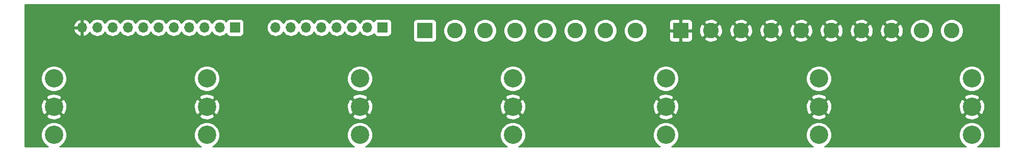
<source format=gbr>
G04 #@! TF.GenerationSoftware,KiCad,Pcbnew,(5.1.2)-2*
G04 #@! TF.CreationDate,2020-02-17T19:57:39-06:00*
G04 #@! TF.ProjectId,Switches4,53776974-6368-4657-9334-2e6b69636164,rev?*
G04 #@! TF.SameCoordinates,Original*
G04 #@! TF.FileFunction,Copper,L2,Bot*
G04 #@! TF.FilePolarity,Positive*
%FSLAX46Y46*%
G04 Gerber Fmt 4.6, Leading zero omitted, Abs format (unit mm)*
G04 Created by KiCad (PCBNEW (5.1.2)-2) date 2020-02-17 19:57:39*
%MOMM*%
%LPD*%
G04 APERTURE LIST*
%ADD10C,2.600000*%
%ADD11R,2.600000X2.600000*%
%ADD12O,1.700000X1.700000*%
%ADD13R,1.700000X1.700000*%
%ADD14C,3.048000*%
%ADD15C,0.254000*%
G04 APERTURE END LIST*
D10*
X207500000Y-55000000D03*
X202500000Y-55000000D03*
X197500000Y-55000000D03*
X192500000Y-55000000D03*
X187500000Y-55000000D03*
X182500000Y-55000000D03*
X177500000Y-55000000D03*
X172500000Y-55000000D03*
X167500000Y-55000000D03*
D11*
X162500000Y-55000000D03*
D10*
X155000000Y-55000000D03*
X150000000Y-55000000D03*
X145000000Y-55000000D03*
X140000000Y-55000000D03*
X135000000Y-55000000D03*
X130000000Y-55000000D03*
X125000000Y-55000000D03*
D11*
X120000000Y-55000000D03*
D12*
X95220000Y-54500000D03*
X97760000Y-54500000D03*
X100300000Y-54500000D03*
X102840000Y-54500000D03*
X105380000Y-54500000D03*
X107920000Y-54500000D03*
X110460000Y-54500000D03*
D13*
X113000000Y-54500000D03*
D12*
X63100000Y-54500000D03*
X65640000Y-54500000D03*
X68180000Y-54500000D03*
X70720000Y-54500000D03*
X73260000Y-54500000D03*
X75800000Y-54500000D03*
X78340000Y-54500000D03*
X80880000Y-54500000D03*
X83420000Y-54500000D03*
X85960000Y-54500000D03*
D13*
X88500000Y-54500000D03*
D14*
X210820000Y-72392000D03*
X210820000Y-67692000D03*
X210820000Y-62992000D03*
X58420000Y-72392000D03*
X58420000Y-67692000D03*
X58420000Y-62992000D03*
X185420000Y-72392000D03*
X185420000Y-67692000D03*
X185420000Y-62992000D03*
X160020000Y-72392000D03*
X160020000Y-67692000D03*
X160020000Y-62992000D03*
X134620000Y-72392000D03*
X134620000Y-67692000D03*
X134620000Y-62992000D03*
X109220000Y-72392000D03*
X109220000Y-67692000D03*
X109220000Y-62992000D03*
X83820000Y-72392000D03*
X83820000Y-67692000D03*
X83820000Y-62992000D03*
D15*
G36*
X215340001Y-74340000D02*
G01*
X211758850Y-74340000D01*
X211842670Y-74305281D01*
X212196282Y-74069004D01*
X212497004Y-73768282D01*
X212733281Y-73414670D01*
X212896030Y-73021757D01*
X212979000Y-72604643D01*
X212979000Y-72179357D01*
X212896030Y-71762243D01*
X212733281Y-71369330D01*
X212497004Y-71015718D01*
X212196282Y-70714996D01*
X211842670Y-70478719D01*
X211449757Y-70315970D01*
X211032643Y-70233000D01*
X210607357Y-70233000D01*
X210190243Y-70315970D01*
X209797330Y-70478719D01*
X209443718Y-70714996D01*
X209142996Y-71015718D01*
X208906719Y-71369330D01*
X208743970Y-71762243D01*
X208661000Y-72179357D01*
X208661000Y-72604643D01*
X208743970Y-73021757D01*
X208906719Y-73414670D01*
X209142996Y-73768282D01*
X209443718Y-74069004D01*
X209797330Y-74305281D01*
X209881150Y-74340000D01*
X186358850Y-74340000D01*
X186442670Y-74305281D01*
X186796282Y-74069004D01*
X187097004Y-73768282D01*
X187333281Y-73414670D01*
X187496030Y-73021757D01*
X187579000Y-72604643D01*
X187579000Y-72179357D01*
X187496030Y-71762243D01*
X187333281Y-71369330D01*
X187097004Y-71015718D01*
X186796282Y-70714996D01*
X186442670Y-70478719D01*
X186049757Y-70315970D01*
X185632643Y-70233000D01*
X185207357Y-70233000D01*
X184790243Y-70315970D01*
X184397330Y-70478719D01*
X184043718Y-70714996D01*
X183742996Y-71015718D01*
X183506719Y-71369330D01*
X183343970Y-71762243D01*
X183261000Y-72179357D01*
X183261000Y-72604643D01*
X183343970Y-73021757D01*
X183506719Y-73414670D01*
X183742996Y-73768282D01*
X184043718Y-74069004D01*
X184397330Y-74305281D01*
X184481150Y-74340000D01*
X160958850Y-74340000D01*
X161042670Y-74305281D01*
X161396282Y-74069004D01*
X161697004Y-73768282D01*
X161933281Y-73414670D01*
X162096030Y-73021757D01*
X162179000Y-72604643D01*
X162179000Y-72179357D01*
X162096030Y-71762243D01*
X161933281Y-71369330D01*
X161697004Y-71015718D01*
X161396282Y-70714996D01*
X161042670Y-70478719D01*
X160649757Y-70315970D01*
X160232643Y-70233000D01*
X159807357Y-70233000D01*
X159390243Y-70315970D01*
X158997330Y-70478719D01*
X158643718Y-70714996D01*
X158342996Y-71015718D01*
X158106719Y-71369330D01*
X157943970Y-71762243D01*
X157861000Y-72179357D01*
X157861000Y-72604643D01*
X157943970Y-73021757D01*
X158106719Y-73414670D01*
X158342996Y-73768282D01*
X158643718Y-74069004D01*
X158997330Y-74305281D01*
X159081150Y-74340000D01*
X135558850Y-74340000D01*
X135642670Y-74305281D01*
X135996282Y-74069004D01*
X136297004Y-73768282D01*
X136533281Y-73414670D01*
X136696030Y-73021757D01*
X136779000Y-72604643D01*
X136779000Y-72179357D01*
X136696030Y-71762243D01*
X136533281Y-71369330D01*
X136297004Y-71015718D01*
X135996282Y-70714996D01*
X135642670Y-70478719D01*
X135249757Y-70315970D01*
X134832643Y-70233000D01*
X134407357Y-70233000D01*
X133990243Y-70315970D01*
X133597330Y-70478719D01*
X133243718Y-70714996D01*
X132942996Y-71015718D01*
X132706719Y-71369330D01*
X132543970Y-71762243D01*
X132461000Y-72179357D01*
X132461000Y-72604643D01*
X132543970Y-73021757D01*
X132706719Y-73414670D01*
X132942996Y-73768282D01*
X133243718Y-74069004D01*
X133597330Y-74305281D01*
X133681150Y-74340000D01*
X110158850Y-74340000D01*
X110242670Y-74305281D01*
X110596282Y-74069004D01*
X110897004Y-73768282D01*
X111133281Y-73414670D01*
X111296030Y-73021757D01*
X111379000Y-72604643D01*
X111379000Y-72179357D01*
X111296030Y-71762243D01*
X111133281Y-71369330D01*
X110897004Y-71015718D01*
X110596282Y-70714996D01*
X110242670Y-70478719D01*
X109849757Y-70315970D01*
X109432643Y-70233000D01*
X109007357Y-70233000D01*
X108590243Y-70315970D01*
X108197330Y-70478719D01*
X107843718Y-70714996D01*
X107542996Y-71015718D01*
X107306719Y-71369330D01*
X107143970Y-71762243D01*
X107061000Y-72179357D01*
X107061000Y-72604643D01*
X107143970Y-73021757D01*
X107306719Y-73414670D01*
X107542996Y-73768282D01*
X107843718Y-74069004D01*
X108197330Y-74305281D01*
X108281150Y-74340000D01*
X84758850Y-74340000D01*
X84842670Y-74305281D01*
X85196282Y-74069004D01*
X85497004Y-73768282D01*
X85733281Y-73414670D01*
X85896030Y-73021757D01*
X85979000Y-72604643D01*
X85979000Y-72179357D01*
X85896030Y-71762243D01*
X85733281Y-71369330D01*
X85497004Y-71015718D01*
X85196282Y-70714996D01*
X84842670Y-70478719D01*
X84449757Y-70315970D01*
X84032643Y-70233000D01*
X83607357Y-70233000D01*
X83190243Y-70315970D01*
X82797330Y-70478719D01*
X82443718Y-70714996D01*
X82142996Y-71015718D01*
X81906719Y-71369330D01*
X81743970Y-71762243D01*
X81661000Y-72179357D01*
X81661000Y-72604643D01*
X81743970Y-73021757D01*
X81906719Y-73414670D01*
X82142996Y-73768282D01*
X82443718Y-74069004D01*
X82797330Y-74305281D01*
X82881150Y-74340000D01*
X59358850Y-74340000D01*
X59442670Y-74305281D01*
X59796282Y-74069004D01*
X60097004Y-73768282D01*
X60333281Y-73414670D01*
X60496030Y-73021757D01*
X60579000Y-72604643D01*
X60579000Y-72179357D01*
X60496030Y-71762243D01*
X60333281Y-71369330D01*
X60097004Y-71015718D01*
X59796282Y-70714996D01*
X59442670Y-70478719D01*
X59049757Y-70315970D01*
X58632643Y-70233000D01*
X58207357Y-70233000D01*
X57790243Y-70315970D01*
X57397330Y-70478719D01*
X57043718Y-70714996D01*
X56742996Y-71015718D01*
X56506719Y-71369330D01*
X56343970Y-71762243D01*
X56261000Y-72179357D01*
X56261000Y-72604643D01*
X56343970Y-73021757D01*
X56506719Y-73414670D01*
X56742996Y-73768282D01*
X57043718Y-74069004D01*
X57397330Y-74305281D01*
X57481150Y-74340000D01*
X53660000Y-74340000D01*
X53660000Y-69200740D01*
X57090865Y-69200740D01*
X57249764Y-69518758D01*
X57628632Y-69711959D01*
X58037913Y-69827534D01*
X58461876Y-69861042D01*
X58884230Y-69811194D01*
X59288744Y-69679908D01*
X59590236Y-69518758D01*
X59749135Y-69200740D01*
X82490865Y-69200740D01*
X82649764Y-69518758D01*
X83028632Y-69711959D01*
X83437913Y-69827534D01*
X83861876Y-69861042D01*
X84284230Y-69811194D01*
X84688744Y-69679908D01*
X84990236Y-69518758D01*
X85149135Y-69200740D01*
X107890865Y-69200740D01*
X108049764Y-69518758D01*
X108428632Y-69711959D01*
X108837913Y-69827534D01*
X109261876Y-69861042D01*
X109684230Y-69811194D01*
X110088744Y-69679908D01*
X110390236Y-69518758D01*
X110549135Y-69200740D01*
X133290865Y-69200740D01*
X133449764Y-69518758D01*
X133828632Y-69711959D01*
X134237913Y-69827534D01*
X134661876Y-69861042D01*
X135084230Y-69811194D01*
X135488744Y-69679908D01*
X135790236Y-69518758D01*
X135949135Y-69200740D01*
X158690865Y-69200740D01*
X158849764Y-69518758D01*
X159228632Y-69711959D01*
X159637913Y-69827534D01*
X160061876Y-69861042D01*
X160484230Y-69811194D01*
X160888744Y-69679908D01*
X161190236Y-69518758D01*
X161349135Y-69200740D01*
X184090865Y-69200740D01*
X184249764Y-69518758D01*
X184628632Y-69711959D01*
X185037913Y-69827534D01*
X185461876Y-69861042D01*
X185884230Y-69811194D01*
X186288744Y-69679908D01*
X186590236Y-69518758D01*
X186749135Y-69200740D01*
X209490865Y-69200740D01*
X209649764Y-69518758D01*
X210028632Y-69711959D01*
X210437913Y-69827534D01*
X210861876Y-69861042D01*
X211284230Y-69811194D01*
X211688744Y-69679908D01*
X211990236Y-69518758D01*
X212149135Y-69200740D01*
X210820000Y-67871605D01*
X209490865Y-69200740D01*
X186749135Y-69200740D01*
X185420000Y-67871605D01*
X184090865Y-69200740D01*
X161349135Y-69200740D01*
X160020000Y-67871605D01*
X158690865Y-69200740D01*
X135949135Y-69200740D01*
X134620000Y-67871605D01*
X133290865Y-69200740D01*
X110549135Y-69200740D01*
X109220000Y-67871605D01*
X107890865Y-69200740D01*
X85149135Y-69200740D01*
X83820000Y-67871605D01*
X82490865Y-69200740D01*
X59749135Y-69200740D01*
X58420000Y-67871605D01*
X57090865Y-69200740D01*
X53660000Y-69200740D01*
X53660000Y-67733876D01*
X56250958Y-67733876D01*
X56300806Y-68156230D01*
X56432092Y-68560744D01*
X56593242Y-68862236D01*
X56911260Y-69021135D01*
X58240395Y-67692000D01*
X58599605Y-67692000D01*
X59928740Y-69021135D01*
X60246758Y-68862236D01*
X60439959Y-68483368D01*
X60555534Y-68074087D01*
X60582422Y-67733876D01*
X81650958Y-67733876D01*
X81700806Y-68156230D01*
X81832092Y-68560744D01*
X81993242Y-68862236D01*
X82311260Y-69021135D01*
X83640395Y-67692000D01*
X83999605Y-67692000D01*
X85328740Y-69021135D01*
X85646758Y-68862236D01*
X85839959Y-68483368D01*
X85955534Y-68074087D01*
X85982422Y-67733876D01*
X107050958Y-67733876D01*
X107100806Y-68156230D01*
X107232092Y-68560744D01*
X107393242Y-68862236D01*
X107711260Y-69021135D01*
X109040395Y-67692000D01*
X109399605Y-67692000D01*
X110728740Y-69021135D01*
X111046758Y-68862236D01*
X111239959Y-68483368D01*
X111355534Y-68074087D01*
X111382422Y-67733876D01*
X132450958Y-67733876D01*
X132500806Y-68156230D01*
X132632092Y-68560744D01*
X132793242Y-68862236D01*
X133111260Y-69021135D01*
X134440395Y-67692000D01*
X134799605Y-67692000D01*
X136128740Y-69021135D01*
X136446758Y-68862236D01*
X136639959Y-68483368D01*
X136755534Y-68074087D01*
X136782422Y-67733876D01*
X157850958Y-67733876D01*
X157900806Y-68156230D01*
X158032092Y-68560744D01*
X158193242Y-68862236D01*
X158511260Y-69021135D01*
X159840395Y-67692000D01*
X160199605Y-67692000D01*
X161528740Y-69021135D01*
X161846758Y-68862236D01*
X162039959Y-68483368D01*
X162155534Y-68074087D01*
X162182422Y-67733876D01*
X183250958Y-67733876D01*
X183300806Y-68156230D01*
X183432092Y-68560744D01*
X183593242Y-68862236D01*
X183911260Y-69021135D01*
X185240395Y-67692000D01*
X185599605Y-67692000D01*
X186928740Y-69021135D01*
X187246758Y-68862236D01*
X187439959Y-68483368D01*
X187555534Y-68074087D01*
X187582422Y-67733876D01*
X208650958Y-67733876D01*
X208700806Y-68156230D01*
X208832092Y-68560744D01*
X208993242Y-68862236D01*
X209311260Y-69021135D01*
X210640395Y-67692000D01*
X210999605Y-67692000D01*
X212328740Y-69021135D01*
X212646758Y-68862236D01*
X212839959Y-68483368D01*
X212955534Y-68074087D01*
X212989042Y-67650124D01*
X212939194Y-67227770D01*
X212807908Y-66823256D01*
X212646758Y-66521764D01*
X212328740Y-66362865D01*
X210999605Y-67692000D01*
X210640395Y-67692000D01*
X209311260Y-66362865D01*
X208993242Y-66521764D01*
X208800041Y-66900632D01*
X208684466Y-67309913D01*
X208650958Y-67733876D01*
X187582422Y-67733876D01*
X187589042Y-67650124D01*
X187539194Y-67227770D01*
X187407908Y-66823256D01*
X187246758Y-66521764D01*
X186928740Y-66362865D01*
X185599605Y-67692000D01*
X185240395Y-67692000D01*
X183911260Y-66362865D01*
X183593242Y-66521764D01*
X183400041Y-66900632D01*
X183284466Y-67309913D01*
X183250958Y-67733876D01*
X162182422Y-67733876D01*
X162189042Y-67650124D01*
X162139194Y-67227770D01*
X162007908Y-66823256D01*
X161846758Y-66521764D01*
X161528740Y-66362865D01*
X160199605Y-67692000D01*
X159840395Y-67692000D01*
X158511260Y-66362865D01*
X158193242Y-66521764D01*
X158000041Y-66900632D01*
X157884466Y-67309913D01*
X157850958Y-67733876D01*
X136782422Y-67733876D01*
X136789042Y-67650124D01*
X136739194Y-67227770D01*
X136607908Y-66823256D01*
X136446758Y-66521764D01*
X136128740Y-66362865D01*
X134799605Y-67692000D01*
X134440395Y-67692000D01*
X133111260Y-66362865D01*
X132793242Y-66521764D01*
X132600041Y-66900632D01*
X132484466Y-67309913D01*
X132450958Y-67733876D01*
X111382422Y-67733876D01*
X111389042Y-67650124D01*
X111339194Y-67227770D01*
X111207908Y-66823256D01*
X111046758Y-66521764D01*
X110728740Y-66362865D01*
X109399605Y-67692000D01*
X109040395Y-67692000D01*
X107711260Y-66362865D01*
X107393242Y-66521764D01*
X107200041Y-66900632D01*
X107084466Y-67309913D01*
X107050958Y-67733876D01*
X85982422Y-67733876D01*
X85989042Y-67650124D01*
X85939194Y-67227770D01*
X85807908Y-66823256D01*
X85646758Y-66521764D01*
X85328740Y-66362865D01*
X83999605Y-67692000D01*
X83640395Y-67692000D01*
X82311260Y-66362865D01*
X81993242Y-66521764D01*
X81800041Y-66900632D01*
X81684466Y-67309913D01*
X81650958Y-67733876D01*
X60582422Y-67733876D01*
X60589042Y-67650124D01*
X60539194Y-67227770D01*
X60407908Y-66823256D01*
X60246758Y-66521764D01*
X59928740Y-66362865D01*
X58599605Y-67692000D01*
X58240395Y-67692000D01*
X56911260Y-66362865D01*
X56593242Y-66521764D01*
X56400041Y-66900632D01*
X56284466Y-67309913D01*
X56250958Y-67733876D01*
X53660000Y-67733876D01*
X53660000Y-66183260D01*
X57090865Y-66183260D01*
X58420000Y-67512395D01*
X59749135Y-66183260D01*
X82490865Y-66183260D01*
X83820000Y-67512395D01*
X85149135Y-66183260D01*
X107890865Y-66183260D01*
X109220000Y-67512395D01*
X110549135Y-66183260D01*
X133290865Y-66183260D01*
X134620000Y-67512395D01*
X135949135Y-66183260D01*
X158690865Y-66183260D01*
X160020000Y-67512395D01*
X161349135Y-66183260D01*
X184090865Y-66183260D01*
X185420000Y-67512395D01*
X186749135Y-66183260D01*
X209490865Y-66183260D01*
X210820000Y-67512395D01*
X212149135Y-66183260D01*
X211990236Y-65865242D01*
X211611368Y-65672041D01*
X211202087Y-65556466D01*
X210778124Y-65522958D01*
X210355770Y-65572806D01*
X209951256Y-65704092D01*
X209649764Y-65865242D01*
X209490865Y-66183260D01*
X186749135Y-66183260D01*
X186590236Y-65865242D01*
X186211368Y-65672041D01*
X185802087Y-65556466D01*
X185378124Y-65522958D01*
X184955770Y-65572806D01*
X184551256Y-65704092D01*
X184249764Y-65865242D01*
X184090865Y-66183260D01*
X161349135Y-66183260D01*
X161190236Y-65865242D01*
X160811368Y-65672041D01*
X160402087Y-65556466D01*
X159978124Y-65522958D01*
X159555770Y-65572806D01*
X159151256Y-65704092D01*
X158849764Y-65865242D01*
X158690865Y-66183260D01*
X135949135Y-66183260D01*
X135790236Y-65865242D01*
X135411368Y-65672041D01*
X135002087Y-65556466D01*
X134578124Y-65522958D01*
X134155770Y-65572806D01*
X133751256Y-65704092D01*
X133449764Y-65865242D01*
X133290865Y-66183260D01*
X110549135Y-66183260D01*
X110390236Y-65865242D01*
X110011368Y-65672041D01*
X109602087Y-65556466D01*
X109178124Y-65522958D01*
X108755770Y-65572806D01*
X108351256Y-65704092D01*
X108049764Y-65865242D01*
X107890865Y-66183260D01*
X85149135Y-66183260D01*
X84990236Y-65865242D01*
X84611368Y-65672041D01*
X84202087Y-65556466D01*
X83778124Y-65522958D01*
X83355770Y-65572806D01*
X82951256Y-65704092D01*
X82649764Y-65865242D01*
X82490865Y-66183260D01*
X59749135Y-66183260D01*
X59590236Y-65865242D01*
X59211368Y-65672041D01*
X58802087Y-65556466D01*
X58378124Y-65522958D01*
X57955770Y-65572806D01*
X57551256Y-65704092D01*
X57249764Y-65865242D01*
X57090865Y-66183260D01*
X53660000Y-66183260D01*
X53660000Y-62779357D01*
X56261000Y-62779357D01*
X56261000Y-63204643D01*
X56343970Y-63621757D01*
X56506719Y-64014670D01*
X56742996Y-64368282D01*
X57043718Y-64669004D01*
X57397330Y-64905281D01*
X57790243Y-65068030D01*
X58207357Y-65151000D01*
X58632643Y-65151000D01*
X59049757Y-65068030D01*
X59442670Y-64905281D01*
X59796282Y-64669004D01*
X60097004Y-64368282D01*
X60333281Y-64014670D01*
X60496030Y-63621757D01*
X60579000Y-63204643D01*
X60579000Y-62779357D01*
X81661000Y-62779357D01*
X81661000Y-63204643D01*
X81743970Y-63621757D01*
X81906719Y-64014670D01*
X82142996Y-64368282D01*
X82443718Y-64669004D01*
X82797330Y-64905281D01*
X83190243Y-65068030D01*
X83607357Y-65151000D01*
X84032643Y-65151000D01*
X84449757Y-65068030D01*
X84842670Y-64905281D01*
X85196282Y-64669004D01*
X85497004Y-64368282D01*
X85733281Y-64014670D01*
X85896030Y-63621757D01*
X85979000Y-63204643D01*
X85979000Y-62779357D01*
X107061000Y-62779357D01*
X107061000Y-63204643D01*
X107143970Y-63621757D01*
X107306719Y-64014670D01*
X107542996Y-64368282D01*
X107843718Y-64669004D01*
X108197330Y-64905281D01*
X108590243Y-65068030D01*
X109007357Y-65151000D01*
X109432643Y-65151000D01*
X109849757Y-65068030D01*
X110242670Y-64905281D01*
X110596282Y-64669004D01*
X110897004Y-64368282D01*
X111133281Y-64014670D01*
X111296030Y-63621757D01*
X111379000Y-63204643D01*
X111379000Y-62779357D01*
X132461000Y-62779357D01*
X132461000Y-63204643D01*
X132543970Y-63621757D01*
X132706719Y-64014670D01*
X132942996Y-64368282D01*
X133243718Y-64669004D01*
X133597330Y-64905281D01*
X133990243Y-65068030D01*
X134407357Y-65151000D01*
X134832643Y-65151000D01*
X135249757Y-65068030D01*
X135642670Y-64905281D01*
X135996282Y-64669004D01*
X136297004Y-64368282D01*
X136533281Y-64014670D01*
X136696030Y-63621757D01*
X136779000Y-63204643D01*
X136779000Y-62779357D01*
X157861000Y-62779357D01*
X157861000Y-63204643D01*
X157943970Y-63621757D01*
X158106719Y-64014670D01*
X158342996Y-64368282D01*
X158643718Y-64669004D01*
X158997330Y-64905281D01*
X159390243Y-65068030D01*
X159807357Y-65151000D01*
X160232643Y-65151000D01*
X160649757Y-65068030D01*
X161042670Y-64905281D01*
X161396282Y-64669004D01*
X161697004Y-64368282D01*
X161933281Y-64014670D01*
X162096030Y-63621757D01*
X162179000Y-63204643D01*
X162179000Y-62779357D01*
X183261000Y-62779357D01*
X183261000Y-63204643D01*
X183343970Y-63621757D01*
X183506719Y-64014670D01*
X183742996Y-64368282D01*
X184043718Y-64669004D01*
X184397330Y-64905281D01*
X184790243Y-65068030D01*
X185207357Y-65151000D01*
X185632643Y-65151000D01*
X186049757Y-65068030D01*
X186442670Y-64905281D01*
X186796282Y-64669004D01*
X187097004Y-64368282D01*
X187333281Y-64014670D01*
X187496030Y-63621757D01*
X187579000Y-63204643D01*
X187579000Y-62779357D01*
X208661000Y-62779357D01*
X208661000Y-63204643D01*
X208743970Y-63621757D01*
X208906719Y-64014670D01*
X209142996Y-64368282D01*
X209443718Y-64669004D01*
X209797330Y-64905281D01*
X210190243Y-65068030D01*
X210607357Y-65151000D01*
X211032643Y-65151000D01*
X211449757Y-65068030D01*
X211842670Y-64905281D01*
X212196282Y-64669004D01*
X212497004Y-64368282D01*
X212733281Y-64014670D01*
X212896030Y-63621757D01*
X212979000Y-63204643D01*
X212979000Y-62779357D01*
X212896030Y-62362243D01*
X212733281Y-61969330D01*
X212497004Y-61615718D01*
X212196282Y-61314996D01*
X211842670Y-61078719D01*
X211449757Y-60915970D01*
X211032643Y-60833000D01*
X210607357Y-60833000D01*
X210190243Y-60915970D01*
X209797330Y-61078719D01*
X209443718Y-61314996D01*
X209142996Y-61615718D01*
X208906719Y-61969330D01*
X208743970Y-62362243D01*
X208661000Y-62779357D01*
X187579000Y-62779357D01*
X187496030Y-62362243D01*
X187333281Y-61969330D01*
X187097004Y-61615718D01*
X186796282Y-61314996D01*
X186442670Y-61078719D01*
X186049757Y-60915970D01*
X185632643Y-60833000D01*
X185207357Y-60833000D01*
X184790243Y-60915970D01*
X184397330Y-61078719D01*
X184043718Y-61314996D01*
X183742996Y-61615718D01*
X183506719Y-61969330D01*
X183343970Y-62362243D01*
X183261000Y-62779357D01*
X162179000Y-62779357D01*
X162096030Y-62362243D01*
X161933281Y-61969330D01*
X161697004Y-61615718D01*
X161396282Y-61314996D01*
X161042670Y-61078719D01*
X160649757Y-60915970D01*
X160232643Y-60833000D01*
X159807357Y-60833000D01*
X159390243Y-60915970D01*
X158997330Y-61078719D01*
X158643718Y-61314996D01*
X158342996Y-61615718D01*
X158106719Y-61969330D01*
X157943970Y-62362243D01*
X157861000Y-62779357D01*
X136779000Y-62779357D01*
X136696030Y-62362243D01*
X136533281Y-61969330D01*
X136297004Y-61615718D01*
X135996282Y-61314996D01*
X135642670Y-61078719D01*
X135249757Y-60915970D01*
X134832643Y-60833000D01*
X134407357Y-60833000D01*
X133990243Y-60915970D01*
X133597330Y-61078719D01*
X133243718Y-61314996D01*
X132942996Y-61615718D01*
X132706719Y-61969330D01*
X132543970Y-62362243D01*
X132461000Y-62779357D01*
X111379000Y-62779357D01*
X111296030Y-62362243D01*
X111133281Y-61969330D01*
X110897004Y-61615718D01*
X110596282Y-61314996D01*
X110242670Y-61078719D01*
X109849757Y-60915970D01*
X109432643Y-60833000D01*
X109007357Y-60833000D01*
X108590243Y-60915970D01*
X108197330Y-61078719D01*
X107843718Y-61314996D01*
X107542996Y-61615718D01*
X107306719Y-61969330D01*
X107143970Y-62362243D01*
X107061000Y-62779357D01*
X85979000Y-62779357D01*
X85896030Y-62362243D01*
X85733281Y-61969330D01*
X85497004Y-61615718D01*
X85196282Y-61314996D01*
X84842670Y-61078719D01*
X84449757Y-60915970D01*
X84032643Y-60833000D01*
X83607357Y-60833000D01*
X83190243Y-60915970D01*
X82797330Y-61078719D01*
X82443718Y-61314996D01*
X82142996Y-61615718D01*
X81906719Y-61969330D01*
X81743970Y-62362243D01*
X81661000Y-62779357D01*
X60579000Y-62779357D01*
X60496030Y-62362243D01*
X60333281Y-61969330D01*
X60097004Y-61615718D01*
X59796282Y-61314996D01*
X59442670Y-61078719D01*
X59049757Y-60915970D01*
X58632643Y-60833000D01*
X58207357Y-60833000D01*
X57790243Y-60915970D01*
X57397330Y-61078719D01*
X57043718Y-61314996D01*
X56742996Y-61615718D01*
X56506719Y-61969330D01*
X56343970Y-62362243D01*
X56261000Y-62779357D01*
X53660000Y-62779357D01*
X53660000Y-54856891D01*
X61658519Y-54856891D01*
X61755843Y-55131252D01*
X61904822Y-55381355D01*
X62099731Y-55597588D01*
X62333080Y-55771641D01*
X62595901Y-55896825D01*
X62743110Y-55941476D01*
X62973000Y-55820155D01*
X62973000Y-54627000D01*
X61779186Y-54627000D01*
X61658519Y-54856891D01*
X53660000Y-54856891D01*
X53660000Y-54143109D01*
X61658519Y-54143109D01*
X61779186Y-54373000D01*
X62973000Y-54373000D01*
X62973000Y-53179845D01*
X63227000Y-53179845D01*
X63227000Y-54373000D01*
X63247000Y-54373000D01*
X63247000Y-54627000D01*
X63227000Y-54627000D01*
X63227000Y-55820155D01*
X63456890Y-55941476D01*
X63604099Y-55896825D01*
X63866920Y-55771641D01*
X64100269Y-55597588D01*
X64295178Y-55381355D01*
X64364799Y-55264477D01*
X64399294Y-55329014D01*
X64584866Y-55555134D01*
X64810986Y-55740706D01*
X65068966Y-55878599D01*
X65348889Y-55963513D01*
X65567050Y-55985000D01*
X65712950Y-55985000D01*
X65931111Y-55963513D01*
X66211034Y-55878599D01*
X66469014Y-55740706D01*
X66695134Y-55555134D01*
X66880706Y-55329014D01*
X66910000Y-55274209D01*
X66939294Y-55329014D01*
X67124866Y-55555134D01*
X67350986Y-55740706D01*
X67608966Y-55878599D01*
X67888889Y-55963513D01*
X68107050Y-55985000D01*
X68252950Y-55985000D01*
X68471111Y-55963513D01*
X68751034Y-55878599D01*
X69009014Y-55740706D01*
X69235134Y-55555134D01*
X69420706Y-55329014D01*
X69450000Y-55274209D01*
X69479294Y-55329014D01*
X69664866Y-55555134D01*
X69890986Y-55740706D01*
X70148966Y-55878599D01*
X70428889Y-55963513D01*
X70647050Y-55985000D01*
X70792950Y-55985000D01*
X71011111Y-55963513D01*
X71291034Y-55878599D01*
X71549014Y-55740706D01*
X71775134Y-55555134D01*
X71960706Y-55329014D01*
X71990000Y-55274209D01*
X72019294Y-55329014D01*
X72204866Y-55555134D01*
X72430986Y-55740706D01*
X72688966Y-55878599D01*
X72968889Y-55963513D01*
X73187050Y-55985000D01*
X73332950Y-55985000D01*
X73551111Y-55963513D01*
X73831034Y-55878599D01*
X74089014Y-55740706D01*
X74315134Y-55555134D01*
X74500706Y-55329014D01*
X74530000Y-55274209D01*
X74559294Y-55329014D01*
X74744866Y-55555134D01*
X74970986Y-55740706D01*
X75228966Y-55878599D01*
X75508889Y-55963513D01*
X75727050Y-55985000D01*
X75872950Y-55985000D01*
X76091111Y-55963513D01*
X76371034Y-55878599D01*
X76629014Y-55740706D01*
X76855134Y-55555134D01*
X77040706Y-55329014D01*
X77070000Y-55274209D01*
X77099294Y-55329014D01*
X77284866Y-55555134D01*
X77510986Y-55740706D01*
X77768966Y-55878599D01*
X78048889Y-55963513D01*
X78267050Y-55985000D01*
X78412950Y-55985000D01*
X78631111Y-55963513D01*
X78911034Y-55878599D01*
X79169014Y-55740706D01*
X79395134Y-55555134D01*
X79580706Y-55329014D01*
X79610000Y-55274209D01*
X79639294Y-55329014D01*
X79824866Y-55555134D01*
X80050986Y-55740706D01*
X80308966Y-55878599D01*
X80588889Y-55963513D01*
X80807050Y-55985000D01*
X80952950Y-55985000D01*
X81171111Y-55963513D01*
X81451034Y-55878599D01*
X81709014Y-55740706D01*
X81935134Y-55555134D01*
X82120706Y-55329014D01*
X82150000Y-55274209D01*
X82179294Y-55329014D01*
X82364866Y-55555134D01*
X82590986Y-55740706D01*
X82848966Y-55878599D01*
X83128889Y-55963513D01*
X83347050Y-55985000D01*
X83492950Y-55985000D01*
X83711111Y-55963513D01*
X83991034Y-55878599D01*
X84249014Y-55740706D01*
X84475134Y-55555134D01*
X84660706Y-55329014D01*
X84690000Y-55274209D01*
X84719294Y-55329014D01*
X84904866Y-55555134D01*
X85130986Y-55740706D01*
X85388966Y-55878599D01*
X85668889Y-55963513D01*
X85887050Y-55985000D01*
X86032950Y-55985000D01*
X86251111Y-55963513D01*
X86531034Y-55878599D01*
X86789014Y-55740706D01*
X87015134Y-55555134D01*
X87039607Y-55525313D01*
X87060498Y-55594180D01*
X87119463Y-55704494D01*
X87198815Y-55801185D01*
X87295506Y-55880537D01*
X87405820Y-55939502D01*
X87525518Y-55975812D01*
X87650000Y-55988072D01*
X89350000Y-55988072D01*
X89474482Y-55975812D01*
X89594180Y-55939502D01*
X89704494Y-55880537D01*
X89801185Y-55801185D01*
X89880537Y-55704494D01*
X89939502Y-55594180D01*
X89975812Y-55474482D01*
X89988072Y-55350000D01*
X89988072Y-54500000D01*
X93727815Y-54500000D01*
X93756487Y-54791111D01*
X93841401Y-55071034D01*
X93979294Y-55329014D01*
X94164866Y-55555134D01*
X94390986Y-55740706D01*
X94648966Y-55878599D01*
X94928889Y-55963513D01*
X95147050Y-55985000D01*
X95292950Y-55985000D01*
X95511111Y-55963513D01*
X95791034Y-55878599D01*
X96049014Y-55740706D01*
X96275134Y-55555134D01*
X96460706Y-55329014D01*
X96490000Y-55274209D01*
X96519294Y-55329014D01*
X96704866Y-55555134D01*
X96930986Y-55740706D01*
X97188966Y-55878599D01*
X97468889Y-55963513D01*
X97687050Y-55985000D01*
X97832950Y-55985000D01*
X98051111Y-55963513D01*
X98331034Y-55878599D01*
X98589014Y-55740706D01*
X98815134Y-55555134D01*
X99000706Y-55329014D01*
X99030000Y-55274209D01*
X99059294Y-55329014D01*
X99244866Y-55555134D01*
X99470986Y-55740706D01*
X99728966Y-55878599D01*
X100008889Y-55963513D01*
X100227050Y-55985000D01*
X100372950Y-55985000D01*
X100591111Y-55963513D01*
X100871034Y-55878599D01*
X101129014Y-55740706D01*
X101355134Y-55555134D01*
X101540706Y-55329014D01*
X101570000Y-55274209D01*
X101599294Y-55329014D01*
X101784866Y-55555134D01*
X102010986Y-55740706D01*
X102268966Y-55878599D01*
X102548889Y-55963513D01*
X102767050Y-55985000D01*
X102912950Y-55985000D01*
X103131111Y-55963513D01*
X103411034Y-55878599D01*
X103669014Y-55740706D01*
X103895134Y-55555134D01*
X104080706Y-55329014D01*
X104110000Y-55274209D01*
X104139294Y-55329014D01*
X104324866Y-55555134D01*
X104550986Y-55740706D01*
X104808966Y-55878599D01*
X105088889Y-55963513D01*
X105307050Y-55985000D01*
X105452950Y-55985000D01*
X105671111Y-55963513D01*
X105951034Y-55878599D01*
X106209014Y-55740706D01*
X106435134Y-55555134D01*
X106620706Y-55329014D01*
X106650000Y-55274209D01*
X106679294Y-55329014D01*
X106864866Y-55555134D01*
X107090986Y-55740706D01*
X107348966Y-55878599D01*
X107628889Y-55963513D01*
X107847050Y-55985000D01*
X107992950Y-55985000D01*
X108211111Y-55963513D01*
X108491034Y-55878599D01*
X108749014Y-55740706D01*
X108975134Y-55555134D01*
X109160706Y-55329014D01*
X109190000Y-55274209D01*
X109219294Y-55329014D01*
X109404866Y-55555134D01*
X109630986Y-55740706D01*
X109888966Y-55878599D01*
X110168889Y-55963513D01*
X110387050Y-55985000D01*
X110532950Y-55985000D01*
X110751111Y-55963513D01*
X111031034Y-55878599D01*
X111289014Y-55740706D01*
X111515134Y-55555134D01*
X111539607Y-55525313D01*
X111560498Y-55594180D01*
X111619463Y-55704494D01*
X111698815Y-55801185D01*
X111795506Y-55880537D01*
X111905820Y-55939502D01*
X112025518Y-55975812D01*
X112150000Y-55988072D01*
X113850000Y-55988072D01*
X113974482Y-55975812D01*
X114094180Y-55939502D01*
X114204494Y-55880537D01*
X114301185Y-55801185D01*
X114380537Y-55704494D01*
X114439502Y-55594180D01*
X114475812Y-55474482D01*
X114488072Y-55350000D01*
X114488072Y-53700000D01*
X118061928Y-53700000D01*
X118061928Y-56300000D01*
X118074188Y-56424482D01*
X118110498Y-56544180D01*
X118169463Y-56654494D01*
X118248815Y-56751185D01*
X118345506Y-56830537D01*
X118455820Y-56889502D01*
X118575518Y-56925812D01*
X118700000Y-56938072D01*
X121300000Y-56938072D01*
X121424482Y-56925812D01*
X121544180Y-56889502D01*
X121654494Y-56830537D01*
X121751185Y-56751185D01*
X121830537Y-56654494D01*
X121889502Y-56544180D01*
X121925812Y-56424482D01*
X121938072Y-56300000D01*
X121938072Y-54809419D01*
X123065000Y-54809419D01*
X123065000Y-55190581D01*
X123139361Y-55564419D01*
X123285225Y-55916566D01*
X123496987Y-56233491D01*
X123766509Y-56503013D01*
X124083434Y-56714775D01*
X124435581Y-56860639D01*
X124809419Y-56935000D01*
X125190581Y-56935000D01*
X125564419Y-56860639D01*
X125916566Y-56714775D01*
X126233491Y-56503013D01*
X126503013Y-56233491D01*
X126714775Y-55916566D01*
X126860639Y-55564419D01*
X126935000Y-55190581D01*
X126935000Y-54809419D01*
X128065000Y-54809419D01*
X128065000Y-55190581D01*
X128139361Y-55564419D01*
X128285225Y-55916566D01*
X128496987Y-56233491D01*
X128766509Y-56503013D01*
X129083434Y-56714775D01*
X129435581Y-56860639D01*
X129809419Y-56935000D01*
X130190581Y-56935000D01*
X130564419Y-56860639D01*
X130916566Y-56714775D01*
X131233491Y-56503013D01*
X131503013Y-56233491D01*
X131714775Y-55916566D01*
X131860639Y-55564419D01*
X131935000Y-55190581D01*
X131935000Y-54809419D01*
X133065000Y-54809419D01*
X133065000Y-55190581D01*
X133139361Y-55564419D01*
X133285225Y-55916566D01*
X133496987Y-56233491D01*
X133766509Y-56503013D01*
X134083434Y-56714775D01*
X134435581Y-56860639D01*
X134809419Y-56935000D01*
X135190581Y-56935000D01*
X135564419Y-56860639D01*
X135916566Y-56714775D01*
X136233491Y-56503013D01*
X136503013Y-56233491D01*
X136714775Y-55916566D01*
X136860639Y-55564419D01*
X136935000Y-55190581D01*
X136935000Y-54809419D01*
X138065000Y-54809419D01*
X138065000Y-55190581D01*
X138139361Y-55564419D01*
X138285225Y-55916566D01*
X138496987Y-56233491D01*
X138766509Y-56503013D01*
X139083434Y-56714775D01*
X139435581Y-56860639D01*
X139809419Y-56935000D01*
X140190581Y-56935000D01*
X140564419Y-56860639D01*
X140916566Y-56714775D01*
X141233491Y-56503013D01*
X141503013Y-56233491D01*
X141714775Y-55916566D01*
X141860639Y-55564419D01*
X141935000Y-55190581D01*
X141935000Y-54809419D01*
X143065000Y-54809419D01*
X143065000Y-55190581D01*
X143139361Y-55564419D01*
X143285225Y-55916566D01*
X143496987Y-56233491D01*
X143766509Y-56503013D01*
X144083434Y-56714775D01*
X144435581Y-56860639D01*
X144809419Y-56935000D01*
X145190581Y-56935000D01*
X145564419Y-56860639D01*
X145916566Y-56714775D01*
X146233491Y-56503013D01*
X146503013Y-56233491D01*
X146714775Y-55916566D01*
X146860639Y-55564419D01*
X146935000Y-55190581D01*
X146935000Y-54809419D01*
X148065000Y-54809419D01*
X148065000Y-55190581D01*
X148139361Y-55564419D01*
X148285225Y-55916566D01*
X148496987Y-56233491D01*
X148766509Y-56503013D01*
X149083434Y-56714775D01*
X149435581Y-56860639D01*
X149809419Y-56935000D01*
X150190581Y-56935000D01*
X150564419Y-56860639D01*
X150916566Y-56714775D01*
X151233491Y-56503013D01*
X151503013Y-56233491D01*
X151714775Y-55916566D01*
X151860639Y-55564419D01*
X151935000Y-55190581D01*
X151935000Y-54809419D01*
X153065000Y-54809419D01*
X153065000Y-55190581D01*
X153139361Y-55564419D01*
X153285225Y-55916566D01*
X153496987Y-56233491D01*
X153766509Y-56503013D01*
X154083434Y-56714775D01*
X154435581Y-56860639D01*
X154809419Y-56935000D01*
X155190581Y-56935000D01*
X155564419Y-56860639D01*
X155916566Y-56714775D01*
X156233491Y-56503013D01*
X156436504Y-56300000D01*
X160561928Y-56300000D01*
X160574188Y-56424482D01*
X160610498Y-56544180D01*
X160669463Y-56654494D01*
X160748815Y-56751185D01*
X160845506Y-56830537D01*
X160955820Y-56889502D01*
X161075518Y-56925812D01*
X161200000Y-56938072D01*
X162214250Y-56935000D01*
X162373000Y-56776250D01*
X162373000Y-55127000D01*
X162627000Y-55127000D01*
X162627000Y-56776250D01*
X162785750Y-56935000D01*
X163800000Y-56938072D01*
X163924482Y-56925812D01*
X164044180Y-56889502D01*
X164154494Y-56830537D01*
X164251185Y-56751185D01*
X164330537Y-56654494D01*
X164389502Y-56544180D01*
X164425812Y-56424482D01*
X164433224Y-56349224D01*
X166330381Y-56349224D01*
X166462317Y-56644312D01*
X166803045Y-56815159D01*
X167170557Y-56916250D01*
X167550729Y-56943701D01*
X167928951Y-56896457D01*
X168290690Y-56776333D01*
X168537683Y-56644312D01*
X168669619Y-56349224D01*
X171330381Y-56349224D01*
X171462317Y-56644312D01*
X171803045Y-56815159D01*
X172170557Y-56916250D01*
X172550729Y-56943701D01*
X172928951Y-56896457D01*
X173290690Y-56776333D01*
X173537683Y-56644312D01*
X173669619Y-56349224D01*
X176330381Y-56349224D01*
X176462317Y-56644312D01*
X176803045Y-56815159D01*
X177170557Y-56916250D01*
X177550729Y-56943701D01*
X177928951Y-56896457D01*
X178290690Y-56776333D01*
X178537683Y-56644312D01*
X178669619Y-56349224D01*
X181330381Y-56349224D01*
X181462317Y-56644312D01*
X181803045Y-56815159D01*
X182170557Y-56916250D01*
X182550729Y-56943701D01*
X182928951Y-56896457D01*
X183290690Y-56776333D01*
X183537683Y-56644312D01*
X183669619Y-56349224D01*
X186330381Y-56349224D01*
X186462317Y-56644312D01*
X186803045Y-56815159D01*
X187170557Y-56916250D01*
X187550729Y-56943701D01*
X187928951Y-56896457D01*
X188290690Y-56776333D01*
X188537683Y-56644312D01*
X188669619Y-56349224D01*
X191330381Y-56349224D01*
X191462317Y-56644312D01*
X191803045Y-56815159D01*
X192170557Y-56916250D01*
X192550729Y-56943701D01*
X192928951Y-56896457D01*
X193290690Y-56776333D01*
X193537683Y-56644312D01*
X193669619Y-56349224D01*
X196330381Y-56349224D01*
X196462317Y-56644312D01*
X196803045Y-56815159D01*
X197170557Y-56916250D01*
X197550729Y-56943701D01*
X197928951Y-56896457D01*
X198290690Y-56776333D01*
X198537683Y-56644312D01*
X198669619Y-56349224D01*
X197500000Y-55179605D01*
X196330381Y-56349224D01*
X193669619Y-56349224D01*
X192500000Y-55179605D01*
X191330381Y-56349224D01*
X188669619Y-56349224D01*
X187500000Y-55179605D01*
X186330381Y-56349224D01*
X183669619Y-56349224D01*
X182500000Y-55179605D01*
X181330381Y-56349224D01*
X178669619Y-56349224D01*
X177500000Y-55179605D01*
X176330381Y-56349224D01*
X173669619Y-56349224D01*
X172500000Y-55179605D01*
X171330381Y-56349224D01*
X168669619Y-56349224D01*
X167500000Y-55179605D01*
X166330381Y-56349224D01*
X164433224Y-56349224D01*
X164438072Y-56300000D01*
X164435000Y-55285750D01*
X164276250Y-55127000D01*
X162627000Y-55127000D01*
X162373000Y-55127000D01*
X160723750Y-55127000D01*
X160565000Y-55285750D01*
X160561928Y-56300000D01*
X156436504Y-56300000D01*
X156503013Y-56233491D01*
X156714775Y-55916566D01*
X156860639Y-55564419D01*
X156935000Y-55190581D01*
X156935000Y-55050729D01*
X165556299Y-55050729D01*
X165603543Y-55428951D01*
X165723667Y-55790690D01*
X165855688Y-56037683D01*
X166150776Y-56169619D01*
X167320395Y-55000000D01*
X167679605Y-55000000D01*
X168849224Y-56169619D01*
X169144312Y-56037683D01*
X169315159Y-55696955D01*
X169416250Y-55329443D01*
X169436375Y-55050729D01*
X170556299Y-55050729D01*
X170603543Y-55428951D01*
X170723667Y-55790690D01*
X170855688Y-56037683D01*
X171150776Y-56169619D01*
X172320395Y-55000000D01*
X172679605Y-55000000D01*
X173849224Y-56169619D01*
X174144312Y-56037683D01*
X174315159Y-55696955D01*
X174416250Y-55329443D01*
X174436375Y-55050729D01*
X175556299Y-55050729D01*
X175603543Y-55428951D01*
X175723667Y-55790690D01*
X175855688Y-56037683D01*
X176150776Y-56169619D01*
X177320395Y-55000000D01*
X177679605Y-55000000D01*
X178849224Y-56169619D01*
X179144312Y-56037683D01*
X179315159Y-55696955D01*
X179416250Y-55329443D01*
X179436375Y-55050729D01*
X180556299Y-55050729D01*
X180603543Y-55428951D01*
X180723667Y-55790690D01*
X180855688Y-56037683D01*
X181150776Y-56169619D01*
X182320395Y-55000000D01*
X182679605Y-55000000D01*
X183849224Y-56169619D01*
X184144312Y-56037683D01*
X184315159Y-55696955D01*
X184416250Y-55329443D01*
X184436375Y-55050729D01*
X185556299Y-55050729D01*
X185603543Y-55428951D01*
X185723667Y-55790690D01*
X185855688Y-56037683D01*
X186150776Y-56169619D01*
X187320395Y-55000000D01*
X187679605Y-55000000D01*
X188849224Y-56169619D01*
X189144312Y-56037683D01*
X189315159Y-55696955D01*
X189416250Y-55329443D01*
X189436375Y-55050729D01*
X190556299Y-55050729D01*
X190603543Y-55428951D01*
X190723667Y-55790690D01*
X190855688Y-56037683D01*
X191150776Y-56169619D01*
X192320395Y-55000000D01*
X192679605Y-55000000D01*
X193849224Y-56169619D01*
X194144312Y-56037683D01*
X194315159Y-55696955D01*
X194416250Y-55329443D01*
X194436375Y-55050729D01*
X195556299Y-55050729D01*
X195603543Y-55428951D01*
X195723667Y-55790690D01*
X195855688Y-56037683D01*
X196150776Y-56169619D01*
X197320395Y-55000000D01*
X197679605Y-55000000D01*
X198849224Y-56169619D01*
X199144312Y-56037683D01*
X199315159Y-55696955D01*
X199416250Y-55329443D01*
X199443701Y-54949271D01*
X199426232Y-54809419D01*
X200565000Y-54809419D01*
X200565000Y-55190581D01*
X200639361Y-55564419D01*
X200785225Y-55916566D01*
X200996987Y-56233491D01*
X201266509Y-56503013D01*
X201583434Y-56714775D01*
X201935581Y-56860639D01*
X202309419Y-56935000D01*
X202690581Y-56935000D01*
X203064419Y-56860639D01*
X203416566Y-56714775D01*
X203733491Y-56503013D01*
X204003013Y-56233491D01*
X204214775Y-55916566D01*
X204360639Y-55564419D01*
X204435000Y-55190581D01*
X204435000Y-54809419D01*
X205565000Y-54809419D01*
X205565000Y-55190581D01*
X205639361Y-55564419D01*
X205785225Y-55916566D01*
X205996987Y-56233491D01*
X206266509Y-56503013D01*
X206583434Y-56714775D01*
X206935581Y-56860639D01*
X207309419Y-56935000D01*
X207690581Y-56935000D01*
X208064419Y-56860639D01*
X208416566Y-56714775D01*
X208733491Y-56503013D01*
X209003013Y-56233491D01*
X209214775Y-55916566D01*
X209360639Y-55564419D01*
X209435000Y-55190581D01*
X209435000Y-54809419D01*
X209360639Y-54435581D01*
X209214775Y-54083434D01*
X209003013Y-53766509D01*
X208733491Y-53496987D01*
X208416566Y-53285225D01*
X208064419Y-53139361D01*
X207690581Y-53065000D01*
X207309419Y-53065000D01*
X206935581Y-53139361D01*
X206583434Y-53285225D01*
X206266509Y-53496987D01*
X205996987Y-53766509D01*
X205785225Y-54083434D01*
X205639361Y-54435581D01*
X205565000Y-54809419D01*
X204435000Y-54809419D01*
X204360639Y-54435581D01*
X204214775Y-54083434D01*
X204003013Y-53766509D01*
X203733491Y-53496987D01*
X203416566Y-53285225D01*
X203064419Y-53139361D01*
X202690581Y-53065000D01*
X202309419Y-53065000D01*
X201935581Y-53139361D01*
X201583434Y-53285225D01*
X201266509Y-53496987D01*
X200996987Y-53766509D01*
X200785225Y-54083434D01*
X200639361Y-54435581D01*
X200565000Y-54809419D01*
X199426232Y-54809419D01*
X199396457Y-54571049D01*
X199276333Y-54209310D01*
X199144312Y-53962317D01*
X198849224Y-53830381D01*
X197679605Y-55000000D01*
X197320395Y-55000000D01*
X196150776Y-53830381D01*
X195855688Y-53962317D01*
X195684841Y-54303045D01*
X195583750Y-54670557D01*
X195556299Y-55050729D01*
X194436375Y-55050729D01*
X194443701Y-54949271D01*
X194396457Y-54571049D01*
X194276333Y-54209310D01*
X194144312Y-53962317D01*
X193849224Y-53830381D01*
X192679605Y-55000000D01*
X192320395Y-55000000D01*
X191150776Y-53830381D01*
X190855688Y-53962317D01*
X190684841Y-54303045D01*
X190583750Y-54670557D01*
X190556299Y-55050729D01*
X189436375Y-55050729D01*
X189443701Y-54949271D01*
X189396457Y-54571049D01*
X189276333Y-54209310D01*
X189144312Y-53962317D01*
X188849224Y-53830381D01*
X187679605Y-55000000D01*
X187320395Y-55000000D01*
X186150776Y-53830381D01*
X185855688Y-53962317D01*
X185684841Y-54303045D01*
X185583750Y-54670557D01*
X185556299Y-55050729D01*
X184436375Y-55050729D01*
X184443701Y-54949271D01*
X184396457Y-54571049D01*
X184276333Y-54209310D01*
X184144312Y-53962317D01*
X183849224Y-53830381D01*
X182679605Y-55000000D01*
X182320395Y-55000000D01*
X181150776Y-53830381D01*
X180855688Y-53962317D01*
X180684841Y-54303045D01*
X180583750Y-54670557D01*
X180556299Y-55050729D01*
X179436375Y-55050729D01*
X179443701Y-54949271D01*
X179396457Y-54571049D01*
X179276333Y-54209310D01*
X179144312Y-53962317D01*
X178849224Y-53830381D01*
X177679605Y-55000000D01*
X177320395Y-55000000D01*
X176150776Y-53830381D01*
X175855688Y-53962317D01*
X175684841Y-54303045D01*
X175583750Y-54670557D01*
X175556299Y-55050729D01*
X174436375Y-55050729D01*
X174443701Y-54949271D01*
X174396457Y-54571049D01*
X174276333Y-54209310D01*
X174144312Y-53962317D01*
X173849224Y-53830381D01*
X172679605Y-55000000D01*
X172320395Y-55000000D01*
X171150776Y-53830381D01*
X170855688Y-53962317D01*
X170684841Y-54303045D01*
X170583750Y-54670557D01*
X170556299Y-55050729D01*
X169436375Y-55050729D01*
X169443701Y-54949271D01*
X169396457Y-54571049D01*
X169276333Y-54209310D01*
X169144312Y-53962317D01*
X168849224Y-53830381D01*
X167679605Y-55000000D01*
X167320395Y-55000000D01*
X166150776Y-53830381D01*
X165855688Y-53962317D01*
X165684841Y-54303045D01*
X165583750Y-54670557D01*
X165556299Y-55050729D01*
X156935000Y-55050729D01*
X156935000Y-54809419D01*
X156860639Y-54435581D01*
X156714775Y-54083434D01*
X156503013Y-53766509D01*
X156436504Y-53700000D01*
X160561928Y-53700000D01*
X160565000Y-54714250D01*
X160723750Y-54873000D01*
X162373000Y-54873000D01*
X162373000Y-53223750D01*
X162627000Y-53223750D01*
X162627000Y-54873000D01*
X164276250Y-54873000D01*
X164435000Y-54714250D01*
X164438072Y-53700000D01*
X164433225Y-53650776D01*
X166330381Y-53650776D01*
X167500000Y-54820395D01*
X168669619Y-53650776D01*
X171330381Y-53650776D01*
X172500000Y-54820395D01*
X173669619Y-53650776D01*
X176330381Y-53650776D01*
X177500000Y-54820395D01*
X178669619Y-53650776D01*
X181330381Y-53650776D01*
X182500000Y-54820395D01*
X183669619Y-53650776D01*
X186330381Y-53650776D01*
X187500000Y-54820395D01*
X188669619Y-53650776D01*
X191330381Y-53650776D01*
X192500000Y-54820395D01*
X193669619Y-53650776D01*
X196330381Y-53650776D01*
X197500000Y-54820395D01*
X198669619Y-53650776D01*
X198537683Y-53355688D01*
X198196955Y-53184841D01*
X197829443Y-53083750D01*
X197449271Y-53056299D01*
X197071049Y-53103543D01*
X196709310Y-53223667D01*
X196462317Y-53355688D01*
X196330381Y-53650776D01*
X193669619Y-53650776D01*
X193537683Y-53355688D01*
X193196955Y-53184841D01*
X192829443Y-53083750D01*
X192449271Y-53056299D01*
X192071049Y-53103543D01*
X191709310Y-53223667D01*
X191462317Y-53355688D01*
X191330381Y-53650776D01*
X188669619Y-53650776D01*
X188537683Y-53355688D01*
X188196955Y-53184841D01*
X187829443Y-53083750D01*
X187449271Y-53056299D01*
X187071049Y-53103543D01*
X186709310Y-53223667D01*
X186462317Y-53355688D01*
X186330381Y-53650776D01*
X183669619Y-53650776D01*
X183537683Y-53355688D01*
X183196955Y-53184841D01*
X182829443Y-53083750D01*
X182449271Y-53056299D01*
X182071049Y-53103543D01*
X181709310Y-53223667D01*
X181462317Y-53355688D01*
X181330381Y-53650776D01*
X178669619Y-53650776D01*
X178537683Y-53355688D01*
X178196955Y-53184841D01*
X177829443Y-53083750D01*
X177449271Y-53056299D01*
X177071049Y-53103543D01*
X176709310Y-53223667D01*
X176462317Y-53355688D01*
X176330381Y-53650776D01*
X173669619Y-53650776D01*
X173537683Y-53355688D01*
X173196955Y-53184841D01*
X172829443Y-53083750D01*
X172449271Y-53056299D01*
X172071049Y-53103543D01*
X171709310Y-53223667D01*
X171462317Y-53355688D01*
X171330381Y-53650776D01*
X168669619Y-53650776D01*
X168537683Y-53355688D01*
X168196955Y-53184841D01*
X167829443Y-53083750D01*
X167449271Y-53056299D01*
X167071049Y-53103543D01*
X166709310Y-53223667D01*
X166462317Y-53355688D01*
X166330381Y-53650776D01*
X164433225Y-53650776D01*
X164425812Y-53575518D01*
X164389502Y-53455820D01*
X164330537Y-53345506D01*
X164251185Y-53248815D01*
X164154494Y-53169463D01*
X164044180Y-53110498D01*
X163924482Y-53074188D01*
X163800000Y-53061928D01*
X162785750Y-53065000D01*
X162627000Y-53223750D01*
X162373000Y-53223750D01*
X162214250Y-53065000D01*
X161200000Y-53061928D01*
X161075518Y-53074188D01*
X160955820Y-53110498D01*
X160845506Y-53169463D01*
X160748815Y-53248815D01*
X160669463Y-53345506D01*
X160610498Y-53455820D01*
X160574188Y-53575518D01*
X160561928Y-53700000D01*
X156436504Y-53700000D01*
X156233491Y-53496987D01*
X155916566Y-53285225D01*
X155564419Y-53139361D01*
X155190581Y-53065000D01*
X154809419Y-53065000D01*
X154435581Y-53139361D01*
X154083434Y-53285225D01*
X153766509Y-53496987D01*
X153496987Y-53766509D01*
X153285225Y-54083434D01*
X153139361Y-54435581D01*
X153065000Y-54809419D01*
X151935000Y-54809419D01*
X151860639Y-54435581D01*
X151714775Y-54083434D01*
X151503013Y-53766509D01*
X151233491Y-53496987D01*
X150916566Y-53285225D01*
X150564419Y-53139361D01*
X150190581Y-53065000D01*
X149809419Y-53065000D01*
X149435581Y-53139361D01*
X149083434Y-53285225D01*
X148766509Y-53496987D01*
X148496987Y-53766509D01*
X148285225Y-54083434D01*
X148139361Y-54435581D01*
X148065000Y-54809419D01*
X146935000Y-54809419D01*
X146860639Y-54435581D01*
X146714775Y-54083434D01*
X146503013Y-53766509D01*
X146233491Y-53496987D01*
X145916566Y-53285225D01*
X145564419Y-53139361D01*
X145190581Y-53065000D01*
X144809419Y-53065000D01*
X144435581Y-53139361D01*
X144083434Y-53285225D01*
X143766509Y-53496987D01*
X143496987Y-53766509D01*
X143285225Y-54083434D01*
X143139361Y-54435581D01*
X143065000Y-54809419D01*
X141935000Y-54809419D01*
X141860639Y-54435581D01*
X141714775Y-54083434D01*
X141503013Y-53766509D01*
X141233491Y-53496987D01*
X140916566Y-53285225D01*
X140564419Y-53139361D01*
X140190581Y-53065000D01*
X139809419Y-53065000D01*
X139435581Y-53139361D01*
X139083434Y-53285225D01*
X138766509Y-53496987D01*
X138496987Y-53766509D01*
X138285225Y-54083434D01*
X138139361Y-54435581D01*
X138065000Y-54809419D01*
X136935000Y-54809419D01*
X136860639Y-54435581D01*
X136714775Y-54083434D01*
X136503013Y-53766509D01*
X136233491Y-53496987D01*
X135916566Y-53285225D01*
X135564419Y-53139361D01*
X135190581Y-53065000D01*
X134809419Y-53065000D01*
X134435581Y-53139361D01*
X134083434Y-53285225D01*
X133766509Y-53496987D01*
X133496987Y-53766509D01*
X133285225Y-54083434D01*
X133139361Y-54435581D01*
X133065000Y-54809419D01*
X131935000Y-54809419D01*
X131860639Y-54435581D01*
X131714775Y-54083434D01*
X131503013Y-53766509D01*
X131233491Y-53496987D01*
X130916566Y-53285225D01*
X130564419Y-53139361D01*
X130190581Y-53065000D01*
X129809419Y-53065000D01*
X129435581Y-53139361D01*
X129083434Y-53285225D01*
X128766509Y-53496987D01*
X128496987Y-53766509D01*
X128285225Y-54083434D01*
X128139361Y-54435581D01*
X128065000Y-54809419D01*
X126935000Y-54809419D01*
X126860639Y-54435581D01*
X126714775Y-54083434D01*
X126503013Y-53766509D01*
X126233491Y-53496987D01*
X125916566Y-53285225D01*
X125564419Y-53139361D01*
X125190581Y-53065000D01*
X124809419Y-53065000D01*
X124435581Y-53139361D01*
X124083434Y-53285225D01*
X123766509Y-53496987D01*
X123496987Y-53766509D01*
X123285225Y-54083434D01*
X123139361Y-54435581D01*
X123065000Y-54809419D01*
X121938072Y-54809419D01*
X121938072Y-53700000D01*
X121925812Y-53575518D01*
X121889502Y-53455820D01*
X121830537Y-53345506D01*
X121751185Y-53248815D01*
X121654494Y-53169463D01*
X121544180Y-53110498D01*
X121424482Y-53074188D01*
X121300000Y-53061928D01*
X118700000Y-53061928D01*
X118575518Y-53074188D01*
X118455820Y-53110498D01*
X118345506Y-53169463D01*
X118248815Y-53248815D01*
X118169463Y-53345506D01*
X118110498Y-53455820D01*
X118074188Y-53575518D01*
X118061928Y-53700000D01*
X114488072Y-53700000D01*
X114488072Y-53650000D01*
X114475812Y-53525518D01*
X114439502Y-53405820D01*
X114380537Y-53295506D01*
X114301185Y-53198815D01*
X114204494Y-53119463D01*
X114094180Y-53060498D01*
X113974482Y-53024188D01*
X113850000Y-53011928D01*
X112150000Y-53011928D01*
X112025518Y-53024188D01*
X111905820Y-53060498D01*
X111795506Y-53119463D01*
X111698815Y-53198815D01*
X111619463Y-53295506D01*
X111560498Y-53405820D01*
X111539607Y-53474687D01*
X111515134Y-53444866D01*
X111289014Y-53259294D01*
X111031034Y-53121401D01*
X110751111Y-53036487D01*
X110532950Y-53015000D01*
X110387050Y-53015000D01*
X110168889Y-53036487D01*
X109888966Y-53121401D01*
X109630986Y-53259294D01*
X109404866Y-53444866D01*
X109219294Y-53670986D01*
X109190000Y-53725791D01*
X109160706Y-53670986D01*
X108975134Y-53444866D01*
X108749014Y-53259294D01*
X108491034Y-53121401D01*
X108211111Y-53036487D01*
X107992950Y-53015000D01*
X107847050Y-53015000D01*
X107628889Y-53036487D01*
X107348966Y-53121401D01*
X107090986Y-53259294D01*
X106864866Y-53444866D01*
X106679294Y-53670986D01*
X106650000Y-53725791D01*
X106620706Y-53670986D01*
X106435134Y-53444866D01*
X106209014Y-53259294D01*
X105951034Y-53121401D01*
X105671111Y-53036487D01*
X105452950Y-53015000D01*
X105307050Y-53015000D01*
X105088889Y-53036487D01*
X104808966Y-53121401D01*
X104550986Y-53259294D01*
X104324866Y-53444866D01*
X104139294Y-53670986D01*
X104110000Y-53725791D01*
X104080706Y-53670986D01*
X103895134Y-53444866D01*
X103669014Y-53259294D01*
X103411034Y-53121401D01*
X103131111Y-53036487D01*
X102912950Y-53015000D01*
X102767050Y-53015000D01*
X102548889Y-53036487D01*
X102268966Y-53121401D01*
X102010986Y-53259294D01*
X101784866Y-53444866D01*
X101599294Y-53670986D01*
X101570000Y-53725791D01*
X101540706Y-53670986D01*
X101355134Y-53444866D01*
X101129014Y-53259294D01*
X100871034Y-53121401D01*
X100591111Y-53036487D01*
X100372950Y-53015000D01*
X100227050Y-53015000D01*
X100008889Y-53036487D01*
X99728966Y-53121401D01*
X99470986Y-53259294D01*
X99244866Y-53444866D01*
X99059294Y-53670986D01*
X99030000Y-53725791D01*
X99000706Y-53670986D01*
X98815134Y-53444866D01*
X98589014Y-53259294D01*
X98331034Y-53121401D01*
X98051111Y-53036487D01*
X97832950Y-53015000D01*
X97687050Y-53015000D01*
X97468889Y-53036487D01*
X97188966Y-53121401D01*
X96930986Y-53259294D01*
X96704866Y-53444866D01*
X96519294Y-53670986D01*
X96490000Y-53725791D01*
X96460706Y-53670986D01*
X96275134Y-53444866D01*
X96049014Y-53259294D01*
X95791034Y-53121401D01*
X95511111Y-53036487D01*
X95292950Y-53015000D01*
X95147050Y-53015000D01*
X94928889Y-53036487D01*
X94648966Y-53121401D01*
X94390986Y-53259294D01*
X94164866Y-53444866D01*
X93979294Y-53670986D01*
X93841401Y-53928966D01*
X93756487Y-54208889D01*
X93727815Y-54500000D01*
X89988072Y-54500000D01*
X89988072Y-53650000D01*
X89975812Y-53525518D01*
X89939502Y-53405820D01*
X89880537Y-53295506D01*
X89801185Y-53198815D01*
X89704494Y-53119463D01*
X89594180Y-53060498D01*
X89474482Y-53024188D01*
X89350000Y-53011928D01*
X87650000Y-53011928D01*
X87525518Y-53024188D01*
X87405820Y-53060498D01*
X87295506Y-53119463D01*
X87198815Y-53198815D01*
X87119463Y-53295506D01*
X87060498Y-53405820D01*
X87039607Y-53474687D01*
X87015134Y-53444866D01*
X86789014Y-53259294D01*
X86531034Y-53121401D01*
X86251111Y-53036487D01*
X86032950Y-53015000D01*
X85887050Y-53015000D01*
X85668889Y-53036487D01*
X85388966Y-53121401D01*
X85130986Y-53259294D01*
X84904866Y-53444866D01*
X84719294Y-53670986D01*
X84690000Y-53725791D01*
X84660706Y-53670986D01*
X84475134Y-53444866D01*
X84249014Y-53259294D01*
X83991034Y-53121401D01*
X83711111Y-53036487D01*
X83492950Y-53015000D01*
X83347050Y-53015000D01*
X83128889Y-53036487D01*
X82848966Y-53121401D01*
X82590986Y-53259294D01*
X82364866Y-53444866D01*
X82179294Y-53670986D01*
X82150000Y-53725791D01*
X82120706Y-53670986D01*
X81935134Y-53444866D01*
X81709014Y-53259294D01*
X81451034Y-53121401D01*
X81171111Y-53036487D01*
X80952950Y-53015000D01*
X80807050Y-53015000D01*
X80588889Y-53036487D01*
X80308966Y-53121401D01*
X80050986Y-53259294D01*
X79824866Y-53444866D01*
X79639294Y-53670986D01*
X79610000Y-53725791D01*
X79580706Y-53670986D01*
X79395134Y-53444866D01*
X79169014Y-53259294D01*
X78911034Y-53121401D01*
X78631111Y-53036487D01*
X78412950Y-53015000D01*
X78267050Y-53015000D01*
X78048889Y-53036487D01*
X77768966Y-53121401D01*
X77510986Y-53259294D01*
X77284866Y-53444866D01*
X77099294Y-53670986D01*
X77070000Y-53725791D01*
X77040706Y-53670986D01*
X76855134Y-53444866D01*
X76629014Y-53259294D01*
X76371034Y-53121401D01*
X76091111Y-53036487D01*
X75872950Y-53015000D01*
X75727050Y-53015000D01*
X75508889Y-53036487D01*
X75228966Y-53121401D01*
X74970986Y-53259294D01*
X74744866Y-53444866D01*
X74559294Y-53670986D01*
X74530000Y-53725791D01*
X74500706Y-53670986D01*
X74315134Y-53444866D01*
X74089014Y-53259294D01*
X73831034Y-53121401D01*
X73551111Y-53036487D01*
X73332950Y-53015000D01*
X73187050Y-53015000D01*
X72968889Y-53036487D01*
X72688966Y-53121401D01*
X72430986Y-53259294D01*
X72204866Y-53444866D01*
X72019294Y-53670986D01*
X71990000Y-53725791D01*
X71960706Y-53670986D01*
X71775134Y-53444866D01*
X71549014Y-53259294D01*
X71291034Y-53121401D01*
X71011111Y-53036487D01*
X70792950Y-53015000D01*
X70647050Y-53015000D01*
X70428889Y-53036487D01*
X70148966Y-53121401D01*
X69890986Y-53259294D01*
X69664866Y-53444866D01*
X69479294Y-53670986D01*
X69450000Y-53725791D01*
X69420706Y-53670986D01*
X69235134Y-53444866D01*
X69009014Y-53259294D01*
X68751034Y-53121401D01*
X68471111Y-53036487D01*
X68252950Y-53015000D01*
X68107050Y-53015000D01*
X67888889Y-53036487D01*
X67608966Y-53121401D01*
X67350986Y-53259294D01*
X67124866Y-53444866D01*
X66939294Y-53670986D01*
X66910000Y-53725791D01*
X66880706Y-53670986D01*
X66695134Y-53444866D01*
X66469014Y-53259294D01*
X66211034Y-53121401D01*
X65931111Y-53036487D01*
X65712950Y-53015000D01*
X65567050Y-53015000D01*
X65348889Y-53036487D01*
X65068966Y-53121401D01*
X64810986Y-53259294D01*
X64584866Y-53444866D01*
X64399294Y-53670986D01*
X64364799Y-53735523D01*
X64295178Y-53618645D01*
X64100269Y-53402412D01*
X63866920Y-53228359D01*
X63604099Y-53103175D01*
X63456890Y-53058524D01*
X63227000Y-53179845D01*
X62973000Y-53179845D01*
X62743110Y-53058524D01*
X62595901Y-53103175D01*
X62333080Y-53228359D01*
X62099731Y-53402412D01*
X61904822Y-53618645D01*
X61755843Y-53868748D01*
X61658519Y-54143109D01*
X53660000Y-54143109D01*
X53660000Y-50660000D01*
X215340000Y-50660000D01*
X215340001Y-74340000D01*
X215340001Y-74340000D01*
G37*
X215340001Y-74340000D02*
X211758850Y-74340000D01*
X211842670Y-74305281D01*
X212196282Y-74069004D01*
X212497004Y-73768282D01*
X212733281Y-73414670D01*
X212896030Y-73021757D01*
X212979000Y-72604643D01*
X212979000Y-72179357D01*
X212896030Y-71762243D01*
X212733281Y-71369330D01*
X212497004Y-71015718D01*
X212196282Y-70714996D01*
X211842670Y-70478719D01*
X211449757Y-70315970D01*
X211032643Y-70233000D01*
X210607357Y-70233000D01*
X210190243Y-70315970D01*
X209797330Y-70478719D01*
X209443718Y-70714996D01*
X209142996Y-71015718D01*
X208906719Y-71369330D01*
X208743970Y-71762243D01*
X208661000Y-72179357D01*
X208661000Y-72604643D01*
X208743970Y-73021757D01*
X208906719Y-73414670D01*
X209142996Y-73768282D01*
X209443718Y-74069004D01*
X209797330Y-74305281D01*
X209881150Y-74340000D01*
X186358850Y-74340000D01*
X186442670Y-74305281D01*
X186796282Y-74069004D01*
X187097004Y-73768282D01*
X187333281Y-73414670D01*
X187496030Y-73021757D01*
X187579000Y-72604643D01*
X187579000Y-72179357D01*
X187496030Y-71762243D01*
X187333281Y-71369330D01*
X187097004Y-71015718D01*
X186796282Y-70714996D01*
X186442670Y-70478719D01*
X186049757Y-70315970D01*
X185632643Y-70233000D01*
X185207357Y-70233000D01*
X184790243Y-70315970D01*
X184397330Y-70478719D01*
X184043718Y-70714996D01*
X183742996Y-71015718D01*
X183506719Y-71369330D01*
X183343970Y-71762243D01*
X183261000Y-72179357D01*
X183261000Y-72604643D01*
X183343970Y-73021757D01*
X183506719Y-73414670D01*
X183742996Y-73768282D01*
X184043718Y-74069004D01*
X184397330Y-74305281D01*
X184481150Y-74340000D01*
X160958850Y-74340000D01*
X161042670Y-74305281D01*
X161396282Y-74069004D01*
X161697004Y-73768282D01*
X161933281Y-73414670D01*
X162096030Y-73021757D01*
X162179000Y-72604643D01*
X162179000Y-72179357D01*
X162096030Y-71762243D01*
X161933281Y-71369330D01*
X161697004Y-71015718D01*
X161396282Y-70714996D01*
X161042670Y-70478719D01*
X160649757Y-70315970D01*
X160232643Y-70233000D01*
X159807357Y-70233000D01*
X159390243Y-70315970D01*
X158997330Y-70478719D01*
X158643718Y-70714996D01*
X158342996Y-71015718D01*
X158106719Y-71369330D01*
X157943970Y-71762243D01*
X157861000Y-72179357D01*
X157861000Y-72604643D01*
X157943970Y-73021757D01*
X158106719Y-73414670D01*
X158342996Y-73768282D01*
X158643718Y-74069004D01*
X158997330Y-74305281D01*
X159081150Y-74340000D01*
X135558850Y-74340000D01*
X135642670Y-74305281D01*
X135996282Y-74069004D01*
X136297004Y-73768282D01*
X136533281Y-73414670D01*
X136696030Y-73021757D01*
X136779000Y-72604643D01*
X136779000Y-72179357D01*
X136696030Y-71762243D01*
X136533281Y-71369330D01*
X136297004Y-71015718D01*
X135996282Y-70714996D01*
X135642670Y-70478719D01*
X135249757Y-70315970D01*
X134832643Y-70233000D01*
X134407357Y-70233000D01*
X133990243Y-70315970D01*
X133597330Y-70478719D01*
X133243718Y-70714996D01*
X132942996Y-71015718D01*
X132706719Y-71369330D01*
X132543970Y-71762243D01*
X132461000Y-72179357D01*
X132461000Y-72604643D01*
X132543970Y-73021757D01*
X132706719Y-73414670D01*
X132942996Y-73768282D01*
X133243718Y-74069004D01*
X133597330Y-74305281D01*
X133681150Y-74340000D01*
X110158850Y-74340000D01*
X110242670Y-74305281D01*
X110596282Y-74069004D01*
X110897004Y-73768282D01*
X111133281Y-73414670D01*
X111296030Y-73021757D01*
X111379000Y-72604643D01*
X111379000Y-72179357D01*
X111296030Y-71762243D01*
X111133281Y-71369330D01*
X110897004Y-71015718D01*
X110596282Y-70714996D01*
X110242670Y-70478719D01*
X109849757Y-70315970D01*
X109432643Y-70233000D01*
X109007357Y-70233000D01*
X108590243Y-70315970D01*
X108197330Y-70478719D01*
X107843718Y-70714996D01*
X107542996Y-71015718D01*
X107306719Y-71369330D01*
X107143970Y-71762243D01*
X107061000Y-72179357D01*
X107061000Y-72604643D01*
X107143970Y-73021757D01*
X107306719Y-73414670D01*
X107542996Y-73768282D01*
X107843718Y-74069004D01*
X108197330Y-74305281D01*
X108281150Y-74340000D01*
X84758850Y-74340000D01*
X84842670Y-74305281D01*
X85196282Y-74069004D01*
X85497004Y-73768282D01*
X85733281Y-73414670D01*
X85896030Y-73021757D01*
X85979000Y-72604643D01*
X85979000Y-72179357D01*
X85896030Y-71762243D01*
X85733281Y-71369330D01*
X85497004Y-71015718D01*
X85196282Y-70714996D01*
X84842670Y-70478719D01*
X84449757Y-70315970D01*
X84032643Y-70233000D01*
X83607357Y-70233000D01*
X83190243Y-70315970D01*
X82797330Y-70478719D01*
X82443718Y-70714996D01*
X82142996Y-71015718D01*
X81906719Y-71369330D01*
X81743970Y-71762243D01*
X81661000Y-72179357D01*
X81661000Y-72604643D01*
X81743970Y-73021757D01*
X81906719Y-73414670D01*
X82142996Y-73768282D01*
X82443718Y-74069004D01*
X82797330Y-74305281D01*
X82881150Y-74340000D01*
X59358850Y-74340000D01*
X59442670Y-74305281D01*
X59796282Y-74069004D01*
X60097004Y-73768282D01*
X60333281Y-73414670D01*
X60496030Y-73021757D01*
X60579000Y-72604643D01*
X60579000Y-72179357D01*
X60496030Y-71762243D01*
X60333281Y-71369330D01*
X60097004Y-71015718D01*
X59796282Y-70714996D01*
X59442670Y-70478719D01*
X59049757Y-70315970D01*
X58632643Y-70233000D01*
X58207357Y-70233000D01*
X57790243Y-70315970D01*
X57397330Y-70478719D01*
X57043718Y-70714996D01*
X56742996Y-71015718D01*
X56506719Y-71369330D01*
X56343970Y-71762243D01*
X56261000Y-72179357D01*
X56261000Y-72604643D01*
X56343970Y-73021757D01*
X56506719Y-73414670D01*
X56742996Y-73768282D01*
X57043718Y-74069004D01*
X57397330Y-74305281D01*
X57481150Y-74340000D01*
X53660000Y-74340000D01*
X53660000Y-69200740D01*
X57090865Y-69200740D01*
X57249764Y-69518758D01*
X57628632Y-69711959D01*
X58037913Y-69827534D01*
X58461876Y-69861042D01*
X58884230Y-69811194D01*
X59288744Y-69679908D01*
X59590236Y-69518758D01*
X59749135Y-69200740D01*
X82490865Y-69200740D01*
X82649764Y-69518758D01*
X83028632Y-69711959D01*
X83437913Y-69827534D01*
X83861876Y-69861042D01*
X84284230Y-69811194D01*
X84688744Y-69679908D01*
X84990236Y-69518758D01*
X85149135Y-69200740D01*
X107890865Y-69200740D01*
X108049764Y-69518758D01*
X108428632Y-69711959D01*
X108837913Y-69827534D01*
X109261876Y-69861042D01*
X109684230Y-69811194D01*
X110088744Y-69679908D01*
X110390236Y-69518758D01*
X110549135Y-69200740D01*
X133290865Y-69200740D01*
X133449764Y-69518758D01*
X133828632Y-69711959D01*
X134237913Y-69827534D01*
X134661876Y-69861042D01*
X135084230Y-69811194D01*
X135488744Y-69679908D01*
X135790236Y-69518758D01*
X135949135Y-69200740D01*
X158690865Y-69200740D01*
X158849764Y-69518758D01*
X159228632Y-69711959D01*
X159637913Y-69827534D01*
X160061876Y-69861042D01*
X160484230Y-69811194D01*
X160888744Y-69679908D01*
X161190236Y-69518758D01*
X161349135Y-69200740D01*
X184090865Y-69200740D01*
X184249764Y-69518758D01*
X184628632Y-69711959D01*
X185037913Y-69827534D01*
X185461876Y-69861042D01*
X185884230Y-69811194D01*
X186288744Y-69679908D01*
X186590236Y-69518758D01*
X186749135Y-69200740D01*
X209490865Y-69200740D01*
X209649764Y-69518758D01*
X210028632Y-69711959D01*
X210437913Y-69827534D01*
X210861876Y-69861042D01*
X211284230Y-69811194D01*
X211688744Y-69679908D01*
X211990236Y-69518758D01*
X212149135Y-69200740D01*
X210820000Y-67871605D01*
X209490865Y-69200740D01*
X186749135Y-69200740D01*
X185420000Y-67871605D01*
X184090865Y-69200740D01*
X161349135Y-69200740D01*
X160020000Y-67871605D01*
X158690865Y-69200740D01*
X135949135Y-69200740D01*
X134620000Y-67871605D01*
X133290865Y-69200740D01*
X110549135Y-69200740D01*
X109220000Y-67871605D01*
X107890865Y-69200740D01*
X85149135Y-69200740D01*
X83820000Y-67871605D01*
X82490865Y-69200740D01*
X59749135Y-69200740D01*
X58420000Y-67871605D01*
X57090865Y-69200740D01*
X53660000Y-69200740D01*
X53660000Y-67733876D01*
X56250958Y-67733876D01*
X56300806Y-68156230D01*
X56432092Y-68560744D01*
X56593242Y-68862236D01*
X56911260Y-69021135D01*
X58240395Y-67692000D01*
X58599605Y-67692000D01*
X59928740Y-69021135D01*
X60246758Y-68862236D01*
X60439959Y-68483368D01*
X60555534Y-68074087D01*
X60582422Y-67733876D01*
X81650958Y-67733876D01*
X81700806Y-68156230D01*
X81832092Y-68560744D01*
X81993242Y-68862236D01*
X82311260Y-69021135D01*
X83640395Y-67692000D01*
X83999605Y-67692000D01*
X85328740Y-69021135D01*
X85646758Y-68862236D01*
X85839959Y-68483368D01*
X85955534Y-68074087D01*
X85982422Y-67733876D01*
X107050958Y-67733876D01*
X107100806Y-68156230D01*
X107232092Y-68560744D01*
X107393242Y-68862236D01*
X107711260Y-69021135D01*
X109040395Y-67692000D01*
X109399605Y-67692000D01*
X110728740Y-69021135D01*
X111046758Y-68862236D01*
X111239959Y-68483368D01*
X111355534Y-68074087D01*
X111382422Y-67733876D01*
X132450958Y-67733876D01*
X132500806Y-68156230D01*
X132632092Y-68560744D01*
X132793242Y-68862236D01*
X133111260Y-69021135D01*
X134440395Y-67692000D01*
X134799605Y-67692000D01*
X136128740Y-69021135D01*
X136446758Y-68862236D01*
X136639959Y-68483368D01*
X136755534Y-68074087D01*
X136782422Y-67733876D01*
X157850958Y-67733876D01*
X157900806Y-68156230D01*
X158032092Y-68560744D01*
X158193242Y-68862236D01*
X158511260Y-69021135D01*
X159840395Y-67692000D01*
X160199605Y-67692000D01*
X161528740Y-69021135D01*
X161846758Y-68862236D01*
X162039959Y-68483368D01*
X162155534Y-68074087D01*
X162182422Y-67733876D01*
X183250958Y-67733876D01*
X183300806Y-68156230D01*
X183432092Y-68560744D01*
X183593242Y-68862236D01*
X183911260Y-69021135D01*
X185240395Y-67692000D01*
X185599605Y-67692000D01*
X186928740Y-69021135D01*
X187246758Y-68862236D01*
X187439959Y-68483368D01*
X187555534Y-68074087D01*
X187582422Y-67733876D01*
X208650958Y-67733876D01*
X208700806Y-68156230D01*
X208832092Y-68560744D01*
X208993242Y-68862236D01*
X209311260Y-69021135D01*
X210640395Y-67692000D01*
X210999605Y-67692000D01*
X212328740Y-69021135D01*
X212646758Y-68862236D01*
X212839959Y-68483368D01*
X212955534Y-68074087D01*
X212989042Y-67650124D01*
X212939194Y-67227770D01*
X212807908Y-66823256D01*
X212646758Y-66521764D01*
X212328740Y-66362865D01*
X210999605Y-67692000D01*
X210640395Y-67692000D01*
X209311260Y-66362865D01*
X208993242Y-66521764D01*
X208800041Y-66900632D01*
X208684466Y-67309913D01*
X208650958Y-67733876D01*
X187582422Y-67733876D01*
X187589042Y-67650124D01*
X187539194Y-67227770D01*
X187407908Y-66823256D01*
X187246758Y-66521764D01*
X186928740Y-66362865D01*
X185599605Y-67692000D01*
X185240395Y-67692000D01*
X183911260Y-66362865D01*
X183593242Y-66521764D01*
X183400041Y-66900632D01*
X183284466Y-67309913D01*
X183250958Y-67733876D01*
X162182422Y-67733876D01*
X162189042Y-67650124D01*
X162139194Y-67227770D01*
X162007908Y-66823256D01*
X161846758Y-66521764D01*
X161528740Y-66362865D01*
X160199605Y-67692000D01*
X159840395Y-67692000D01*
X158511260Y-66362865D01*
X158193242Y-66521764D01*
X158000041Y-66900632D01*
X157884466Y-67309913D01*
X157850958Y-67733876D01*
X136782422Y-67733876D01*
X136789042Y-67650124D01*
X136739194Y-67227770D01*
X136607908Y-66823256D01*
X136446758Y-66521764D01*
X136128740Y-66362865D01*
X134799605Y-67692000D01*
X134440395Y-67692000D01*
X133111260Y-66362865D01*
X132793242Y-66521764D01*
X132600041Y-66900632D01*
X132484466Y-67309913D01*
X132450958Y-67733876D01*
X111382422Y-67733876D01*
X111389042Y-67650124D01*
X111339194Y-67227770D01*
X111207908Y-66823256D01*
X111046758Y-66521764D01*
X110728740Y-66362865D01*
X109399605Y-67692000D01*
X109040395Y-67692000D01*
X107711260Y-66362865D01*
X107393242Y-66521764D01*
X107200041Y-66900632D01*
X107084466Y-67309913D01*
X107050958Y-67733876D01*
X85982422Y-67733876D01*
X85989042Y-67650124D01*
X85939194Y-67227770D01*
X85807908Y-66823256D01*
X85646758Y-66521764D01*
X85328740Y-66362865D01*
X83999605Y-67692000D01*
X83640395Y-67692000D01*
X82311260Y-66362865D01*
X81993242Y-66521764D01*
X81800041Y-66900632D01*
X81684466Y-67309913D01*
X81650958Y-67733876D01*
X60582422Y-67733876D01*
X60589042Y-67650124D01*
X60539194Y-67227770D01*
X60407908Y-66823256D01*
X60246758Y-66521764D01*
X59928740Y-66362865D01*
X58599605Y-67692000D01*
X58240395Y-67692000D01*
X56911260Y-66362865D01*
X56593242Y-66521764D01*
X56400041Y-66900632D01*
X56284466Y-67309913D01*
X56250958Y-67733876D01*
X53660000Y-67733876D01*
X53660000Y-66183260D01*
X57090865Y-66183260D01*
X58420000Y-67512395D01*
X59749135Y-66183260D01*
X82490865Y-66183260D01*
X83820000Y-67512395D01*
X85149135Y-66183260D01*
X107890865Y-66183260D01*
X109220000Y-67512395D01*
X110549135Y-66183260D01*
X133290865Y-66183260D01*
X134620000Y-67512395D01*
X135949135Y-66183260D01*
X158690865Y-66183260D01*
X160020000Y-67512395D01*
X161349135Y-66183260D01*
X184090865Y-66183260D01*
X185420000Y-67512395D01*
X186749135Y-66183260D01*
X209490865Y-66183260D01*
X210820000Y-67512395D01*
X212149135Y-66183260D01*
X211990236Y-65865242D01*
X211611368Y-65672041D01*
X211202087Y-65556466D01*
X210778124Y-65522958D01*
X210355770Y-65572806D01*
X209951256Y-65704092D01*
X209649764Y-65865242D01*
X209490865Y-66183260D01*
X186749135Y-66183260D01*
X186590236Y-65865242D01*
X186211368Y-65672041D01*
X185802087Y-65556466D01*
X185378124Y-65522958D01*
X184955770Y-65572806D01*
X184551256Y-65704092D01*
X184249764Y-65865242D01*
X184090865Y-66183260D01*
X161349135Y-66183260D01*
X161190236Y-65865242D01*
X160811368Y-65672041D01*
X160402087Y-65556466D01*
X159978124Y-65522958D01*
X159555770Y-65572806D01*
X159151256Y-65704092D01*
X158849764Y-65865242D01*
X158690865Y-66183260D01*
X135949135Y-66183260D01*
X135790236Y-65865242D01*
X135411368Y-65672041D01*
X135002087Y-65556466D01*
X134578124Y-65522958D01*
X134155770Y-65572806D01*
X133751256Y-65704092D01*
X133449764Y-65865242D01*
X133290865Y-66183260D01*
X110549135Y-66183260D01*
X110390236Y-65865242D01*
X110011368Y-65672041D01*
X109602087Y-65556466D01*
X109178124Y-65522958D01*
X108755770Y-65572806D01*
X108351256Y-65704092D01*
X108049764Y-65865242D01*
X107890865Y-66183260D01*
X85149135Y-66183260D01*
X84990236Y-65865242D01*
X84611368Y-65672041D01*
X84202087Y-65556466D01*
X83778124Y-65522958D01*
X83355770Y-65572806D01*
X82951256Y-65704092D01*
X82649764Y-65865242D01*
X82490865Y-66183260D01*
X59749135Y-66183260D01*
X59590236Y-65865242D01*
X59211368Y-65672041D01*
X58802087Y-65556466D01*
X58378124Y-65522958D01*
X57955770Y-65572806D01*
X57551256Y-65704092D01*
X57249764Y-65865242D01*
X57090865Y-66183260D01*
X53660000Y-66183260D01*
X53660000Y-62779357D01*
X56261000Y-62779357D01*
X56261000Y-63204643D01*
X56343970Y-63621757D01*
X56506719Y-64014670D01*
X56742996Y-64368282D01*
X57043718Y-64669004D01*
X57397330Y-64905281D01*
X57790243Y-65068030D01*
X58207357Y-65151000D01*
X58632643Y-65151000D01*
X59049757Y-65068030D01*
X59442670Y-64905281D01*
X59796282Y-64669004D01*
X60097004Y-64368282D01*
X60333281Y-64014670D01*
X60496030Y-63621757D01*
X60579000Y-63204643D01*
X60579000Y-62779357D01*
X81661000Y-62779357D01*
X81661000Y-63204643D01*
X81743970Y-63621757D01*
X81906719Y-64014670D01*
X82142996Y-64368282D01*
X82443718Y-64669004D01*
X82797330Y-64905281D01*
X83190243Y-65068030D01*
X83607357Y-65151000D01*
X84032643Y-65151000D01*
X84449757Y-65068030D01*
X84842670Y-64905281D01*
X85196282Y-64669004D01*
X85497004Y-64368282D01*
X85733281Y-64014670D01*
X85896030Y-63621757D01*
X85979000Y-63204643D01*
X85979000Y-62779357D01*
X107061000Y-62779357D01*
X107061000Y-63204643D01*
X107143970Y-63621757D01*
X107306719Y-64014670D01*
X107542996Y-64368282D01*
X107843718Y-64669004D01*
X108197330Y-64905281D01*
X108590243Y-65068030D01*
X109007357Y-65151000D01*
X109432643Y-65151000D01*
X109849757Y-65068030D01*
X110242670Y-64905281D01*
X110596282Y-64669004D01*
X110897004Y-64368282D01*
X111133281Y-64014670D01*
X111296030Y-63621757D01*
X111379000Y-63204643D01*
X111379000Y-62779357D01*
X132461000Y-62779357D01*
X132461000Y-63204643D01*
X132543970Y-63621757D01*
X132706719Y-64014670D01*
X132942996Y-64368282D01*
X133243718Y-64669004D01*
X133597330Y-64905281D01*
X133990243Y-65068030D01*
X134407357Y-65151000D01*
X134832643Y-65151000D01*
X135249757Y-65068030D01*
X135642670Y-64905281D01*
X135996282Y-64669004D01*
X136297004Y-64368282D01*
X136533281Y-64014670D01*
X136696030Y-63621757D01*
X136779000Y-63204643D01*
X136779000Y-62779357D01*
X157861000Y-62779357D01*
X157861000Y-63204643D01*
X157943970Y-63621757D01*
X158106719Y-64014670D01*
X158342996Y-64368282D01*
X158643718Y-64669004D01*
X158997330Y-64905281D01*
X159390243Y-65068030D01*
X159807357Y-65151000D01*
X160232643Y-65151000D01*
X160649757Y-65068030D01*
X161042670Y-64905281D01*
X161396282Y-64669004D01*
X161697004Y-64368282D01*
X161933281Y-64014670D01*
X162096030Y-63621757D01*
X162179000Y-63204643D01*
X162179000Y-62779357D01*
X183261000Y-62779357D01*
X183261000Y-63204643D01*
X183343970Y-63621757D01*
X183506719Y-64014670D01*
X183742996Y-64368282D01*
X184043718Y-64669004D01*
X184397330Y-64905281D01*
X184790243Y-65068030D01*
X185207357Y-65151000D01*
X185632643Y-65151000D01*
X186049757Y-65068030D01*
X186442670Y-64905281D01*
X186796282Y-64669004D01*
X187097004Y-64368282D01*
X187333281Y-64014670D01*
X187496030Y-63621757D01*
X187579000Y-63204643D01*
X187579000Y-62779357D01*
X208661000Y-62779357D01*
X208661000Y-63204643D01*
X208743970Y-63621757D01*
X208906719Y-64014670D01*
X209142996Y-64368282D01*
X209443718Y-64669004D01*
X209797330Y-64905281D01*
X210190243Y-65068030D01*
X210607357Y-65151000D01*
X211032643Y-65151000D01*
X211449757Y-65068030D01*
X211842670Y-64905281D01*
X212196282Y-64669004D01*
X212497004Y-64368282D01*
X212733281Y-64014670D01*
X212896030Y-63621757D01*
X212979000Y-63204643D01*
X212979000Y-62779357D01*
X212896030Y-62362243D01*
X212733281Y-61969330D01*
X212497004Y-61615718D01*
X212196282Y-61314996D01*
X211842670Y-61078719D01*
X211449757Y-60915970D01*
X211032643Y-60833000D01*
X210607357Y-60833000D01*
X210190243Y-60915970D01*
X209797330Y-61078719D01*
X209443718Y-61314996D01*
X209142996Y-61615718D01*
X208906719Y-61969330D01*
X208743970Y-62362243D01*
X208661000Y-62779357D01*
X187579000Y-62779357D01*
X187496030Y-62362243D01*
X187333281Y-61969330D01*
X187097004Y-61615718D01*
X186796282Y-61314996D01*
X186442670Y-61078719D01*
X186049757Y-60915970D01*
X185632643Y-60833000D01*
X185207357Y-60833000D01*
X184790243Y-60915970D01*
X184397330Y-61078719D01*
X184043718Y-61314996D01*
X183742996Y-61615718D01*
X183506719Y-61969330D01*
X183343970Y-62362243D01*
X183261000Y-62779357D01*
X162179000Y-62779357D01*
X162096030Y-62362243D01*
X161933281Y-61969330D01*
X161697004Y-61615718D01*
X161396282Y-61314996D01*
X161042670Y-61078719D01*
X160649757Y-60915970D01*
X160232643Y-60833000D01*
X159807357Y-60833000D01*
X159390243Y-60915970D01*
X158997330Y-61078719D01*
X158643718Y-61314996D01*
X158342996Y-61615718D01*
X158106719Y-61969330D01*
X157943970Y-62362243D01*
X157861000Y-62779357D01*
X136779000Y-62779357D01*
X136696030Y-62362243D01*
X136533281Y-61969330D01*
X136297004Y-61615718D01*
X135996282Y-61314996D01*
X135642670Y-61078719D01*
X135249757Y-60915970D01*
X134832643Y-60833000D01*
X134407357Y-60833000D01*
X133990243Y-60915970D01*
X133597330Y-61078719D01*
X133243718Y-61314996D01*
X132942996Y-61615718D01*
X132706719Y-61969330D01*
X132543970Y-62362243D01*
X132461000Y-62779357D01*
X111379000Y-62779357D01*
X111296030Y-62362243D01*
X111133281Y-61969330D01*
X110897004Y-61615718D01*
X110596282Y-61314996D01*
X110242670Y-61078719D01*
X109849757Y-60915970D01*
X109432643Y-60833000D01*
X109007357Y-60833000D01*
X108590243Y-60915970D01*
X108197330Y-61078719D01*
X107843718Y-61314996D01*
X107542996Y-61615718D01*
X107306719Y-61969330D01*
X107143970Y-62362243D01*
X107061000Y-62779357D01*
X85979000Y-62779357D01*
X85896030Y-62362243D01*
X85733281Y-61969330D01*
X85497004Y-61615718D01*
X85196282Y-61314996D01*
X84842670Y-61078719D01*
X84449757Y-60915970D01*
X84032643Y-60833000D01*
X83607357Y-60833000D01*
X83190243Y-60915970D01*
X82797330Y-61078719D01*
X82443718Y-61314996D01*
X82142996Y-61615718D01*
X81906719Y-61969330D01*
X81743970Y-62362243D01*
X81661000Y-62779357D01*
X60579000Y-62779357D01*
X60496030Y-62362243D01*
X60333281Y-61969330D01*
X60097004Y-61615718D01*
X59796282Y-61314996D01*
X59442670Y-61078719D01*
X59049757Y-60915970D01*
X58632643Y-60833000D01*
X58207357Y-60833000D01*
X57790243Y-60915970D01*
X57397330Y-61078719D01*
X57043718Y-61314996D01*
X56742996Y-61615718D01*
X56506719Y-61969330D01*
X56343970Y-62362243D01*
X56261000Y-62779357D01*
X53660000Y-62779357D01*
X53660000Y-54856891D01*
X61658519Y-54856891D01*
X61755843Y-55131252D01*
X61904822Y-55381355D01*
X62099731Y-55597588D01*
X62333080Y-55771641D01*
X62595901Y-55896825D01*
X62743110Y-55941476D01*
X62973000Y-55820155D01*
X62973000Y-54627000D01*
X61779186Y-54627000D01*
X61658519Y-54856891D01*
X53660000Y-54856891D01*
X53660000Y-54143109D01*
X61658519Y-54143109D01*
X61779186Y-54373000D01*
X62973000Y-54373000D01*
X62973000Y-53179845D01*
X63227000Y-53179845D01*
X63227000Y-54373000D01*
X63247000Y-54373000D01*
X63247000Y-54627000D01*
X63227000Y-54627000D01*
X63227000Y-55820155D01*
X63456890Y-55941476D01*
X63604099Y-55896825D01*
X63866920Y-55771641D01*
X64100269Y-55597588D01*
X64295178Y-55381355D01*
X64364799Y-55264477D01*
X64399294Y-55329014D01*
X64584866Y-55555134D01*
X64810986Y-55740706D01*
X65068966Y-55878599D01*
X65348889Y-55963513D01*
X65567050Y-55985000D01*
X65712950Y-55985000D01*
X65931111Y-55963513D01*
X66211034Y-55878599D01*
X66469014Y-55740706D01*
X66695134Y-55555134D01*
X66880706Y-55329014D01*
X66910000Y-55274209D01*
X66939294Y-55329014D01*
X67124866Y-55555134D01*
X67350986Y-55740706D01*
X67608966Y-55878599D01*
X67888889Y-55963513D01*
X68107050Y-55985000D01*
X68252950Y-55985000D01*
X68471111Y-55963513D01*
X68751034Y-55878599D01*
X69009014Y-55740706D01*
X69235134Y-55555134D01*
X69420706Y-55329014D01*
X69450000Y-55274209D01*
X69479294Y-55329014D01*
X69664866Y-55555134D01*
X69890986Y-55740706D01*
X70148966Y-55878599D01*
X70428889Y-55963513D01*
X70647050Y-55985000D01*
X70792950Y-55985000D01*
X71011111Y-55963513D01*
X71291034Y-55878599D01*
X71549014Y-55740706D01*
X71775134Y-55555134D01*
X71960706Y-55329014D01*
X71990000Y-55274209D01*
X72019294Y-55329014D01*
X72204866Y-55555134D01*
X72430986Y-55740706D01*
X72688966Y-55878599D01*
X72968889Y-55963513D01*
X73187050Y-55985000D01*
X73332950Y-55985000D01*
X73551111Y-55963513D01*
X73831034Y-55878599D01*
X74089014Y-55740706D01*
X74315134Y-55555134D01*
X74500706Y-55329014D01*
X74530000Y-55274209D01*
X74559294Y-55329014D01*
X74744866Y-55555134D01*
X74970986Y-55740706D01*
X75228966Y-55878599D01*
X75508889Y-55963513D01*
X75727050Y-55985000D01*
X75872950Y-55985000D01*
X76091111Y-55963513D01*
X76371034Y-55878599D01*
X76629014Y-55740706D01*
X76855134Y-55555134D01*
X77040706Y-55329014D01*
X77070000Y-55274209D01*
X77099294Y-55329014D01*
X77284866Y-55555134D01*
X77510986Y-55740706D01*
X77768966Y-55878599D01*
X78048889Y-55963513D01*
X78267050Y-55985000D01*
X78412950Y-55985000D01*
X78631111Y-55963513D01*
X78911034Y-55878599D01*
X79169014Y-55740706D01*
X79395134Y-55555134D01*
X79580706Y-55329014D01*
X79610000Y-55274209D01*
X79639294Y-55329014D01*
X79824866Y-55555134D01*
X80050986Y-55740706D01*
X80308966Y-55878599D01*
X80588889Y-55963513D01*
X80807050Y-55985000D01*
X80952950Y-55985000D01*
X81171111Y-55963513D01*
X81451034Y-55878599D01*
X81709014Y-55740706D01*
X81935134Y-55555134D01*
X82120706Y-55329014D01*
X82150000Y-55274209D01*
X82179294Y-55329014D01*
X82364866Y-55555134D01*
X82590986Y-55740706D01*
X82848966Y-55878599D01*
X83128889Y-55963513D01*
X83347050Y-55985000D01*
X83492950Y-55985000D01*
X83711111Y-55963513D01*
X83991034Y-55878599D01*
X84249014Y-55740706D01*
X84475134Y-55555134D01*
X84660706Y-55329014D01*
X84690000Y-55274209D01*
X84719294Y-55329014D01*
X84904866Y-55555134D01*
X85130986Y-55740706D01*
X85388966Y-55878599D01*
X85668889Y-55963513D01*
X85887050Y-55985000D01*
X86032950Y-55985000D01*
X86251111Y-55963513D01*
X86531034Y-55878599D01*
X86789014Y-55740706D01*
X87015134Y-55555134D01*
X87039607Y-55525313D01*
X87060498Y-55594180D01*
X87119463Y-55704494D01*
X87198815Y-55801185D01*
X87295506Y-55880537D01*
X87405820Y-55939502D01*
X87525518Y-55975812D01*
X87650000Y-55988072D01*
X89350000Y-55988072D01*
X89474482Y-55975812D01*
X89594180Y-55939502D01*
X89704494Y-55880537D01*
X89801185Y-55801185D01*
X89880537Y-55704494D01*
X89939502Y-55594180D01*
X89975812Y-55474482D01*
X89988072Y-55350000D01*
X89988072Y-54500000D01*
X93727815Y-54500000D01*
X93756487Y-54791111D01*
X93841401Y-55071034D01*
X93979294Y-55329014D01*
X94164866Y-55555134D01*
X94390986Y-55740706D01*
X94648966Y-55878599D01*
X94928889Y-55963513D01*
X95147050Y-55985000D01*
X95292950Y-55985000D01*
X95511111Y-55963513D01*
X95791034Y-55878599D01*
X96049014Y-55740706D01*
X96275134Y-55555134D01*
X96460706Y-55329014D01*
X96490000Y-55274209D01*
X96519294Y-55329014D01*
X96704866Y-55555134D01*
X96930986Y-55740706D01*
X97188966Y-55878599D01*
X97468889Y-55963513D01*
X97687050Y-55985000D01*
X97832950Y-55985000D01*
X98051111Y-55963513D01*
X98331034Y-55878599D01*
X98589014Y-55740706D01*
X98815134Y-55555134D01*
X99000706Y-55329014D01*
X99030000Y-55274209D01*
X99059294Y-55329014D01*
X99244866Y-55555134D01*
X99470986Y-55740706D01*
X99728966Y-55878599D01*
X100008889Y-55963513D01*
X100227050Y-55985000D01*
X100372950Y-55985000D01*
X100591111Y-55963513D01*
X100871034Y-55878599D01*
X101129014Y-55740706D01*
X101355134Y-55555134D01*
X101540706Y-55329014D01*
X101570000Y-55274209D01*
X101599294Y-55329014D01*
X101784866Y-55555134D01*
X102010986Y-55740706D01*
X102268966Y-55878599D01*
X102548889Y-55963513D01*
X102767050Y-55985000D01*
X102912950Y-55985000D01*
X103131111Y-55963513D01*
X103411034Y-55878599D01*
X103669014Y-55740706D01*
X103895134Y-55555134D01*
X104080706Y-55329014D01*
X104110000Y-55274209D01*
X104139294Y-55329014D01*
X104324866Y-55555134D01*
X104550986Y-55740706D01*
X104808966Y-55878599D01*
X105088889Y-55963513D01*
X105307050Y-55985000D01*
X105452950Y-55985000D01*
X105671111Y-55963513D01*
X105951034Y-55878599D01*
X106209014Y-55740706D01*
X106435134Y-55555134D01*
X106620706Y-55329014D01*
X106650000Y-55274209D01*
X106679294Y-55329014D01*
X106864866Y-55555134D01*
X107090986Y-55740706D01*
X107348966Y-55878599D01*
X107628889Y-55963513D01*
X107847050Y-55985000D01*
X107992950Y-55985000D01*
X108211111Y-55963513D01*
X108491034Y-55878599D01*
X108749014Y-55740706D01*
X108975134Y-55555134D01*
X109160706Y-55329014D01*
X109190000Y-55274209D01*
X109219294Y-55329014D01*
X109404866Y-55555134D01*
X109630986Y-55740706D01*
X109888966Y-55878599D01*
X110168889Y-55963513D01*
X110387050Y-55985000D01*
X110532950Y-55985000D01*
X110751111Y-55963513D01*
X111031034Y-55878599D01*
X111289014Y-55740706D01*
X111515134Y-55555134D01*
X111539607Y-55525313D01*
X111560498Y-55594180D01*
X111619463Y-55704494D01*
X111698815Y-55801185D01*
X111795506Y-55880537D01*
X111905820Y-55939502D01*
X112025518Y-55975812D01*
X112150000Y-55988072D01*
X113850000Y-55988072D01*
X113974482Y-55975812D01*
X114094180Y-55939502D01*
X114204494Y-55880537D01*
X114301185Y-55801185D01*
X114380537Y-55704494D01*
X114439502Y-55594180D01*
X114475812Y-55474482D01*
X114488072Y-55350000D01*
X114488072Y-53700000D01*
X118061928Y-53700000D01*
X118061928Y-56300000D01*
X118074188Y-56424482D01*
X118110498Y-56544180D01*
X118169463Y-56654494D01*
X118248815Y-56751185D01*
X118345506Y-56830537D01*
X118455820Y-56889502D01*
X118575518Y-56925812D01*
X118700000Y-56938072D01*
X121300000Y-56938072D01*
X121424482Y-56925812D01*
X121544180Y-56889502D01*
X121654494Y-56830537D01*
X121751185Y-56751185D01*
X121830537Y-56654494D01*
X121889502Y-56544180D01*
X121925812Y-56424482D01*
X121938072Y-56300000D01*
X121938072Y-54809419D01*
X123065000Y-54809419D01*
X123065000Y-55190581D01*
X123139361Y-55564419D01*
X123285225Y-55916566D01*
X123496987Y-56233491D01*
X123766509Y-56503013D01*
X124083434Y-56714775D01*
X124435581Y-56860639D01*
X124809419Y-56935000D01*
X125190581Y-56935000D01*
X125564419Y-56860639D01*
X125916566Y-56714775D01*
X126233491Y-56503013D01*
X126503013Y-56233491D01*
X126714775Y-55916566D01*
X126860639Y-55564419D01*
X126935000Y-55190581D01*
X126935000Y-54809419D01*
X128065000Y-54809419D01*
X128065000Y-55190581D01*
X128139361Y-55564419D01*
X128285225Y-55916566D01*
X128496987Y-56233491D01*
X128766509Y-56503013D01*
X129083434Y-56714775D01*
X129435581Y-56860639D01*
X129809419Y-56935000D01*
X130190581Y-56935000D01*
X130564419Y-56860639D01*
X130916566Y-56714775D01*
X131233491Y-56503013D01*
X131503013Y-56233491D01*
X131714775Y-55916566D01*
X131860639Y-55564419D01*
X131935000Y-55190581D01*
X131935000Y-54809419D01*
X133065000Y-54809419D01*
X133065000Y-55190581D01*
X133139361Y-55564419D01*
X133285225Y-55916566D01*
X133496987Y-56233491D01*
X133766509Y-56503013D01*
X134083434Y-56714775D01*
X134435581Y-56860639D01*
X134809419Y-56935000D01*
X135190581Y-56935000D01*
X135564419Y-56860639D01*
X135916566Y-56714775D01*
X136233491Y-56503013D01*
X136503013Y-56233491D01*
X136714775Y-55916566D01*
X136860639Y-55564419D01*
X136935000Y-55190581D01*
X136935000Y-54809419D01*
X138065000Y-54809419D01*
X138065000Y-55190581D01*
X138139361Y-55564419D01*
X138285225Y-55916566D01*
X138496987Y-56233491D01*
X138766509Y-56503013D01*
X139083434Y-56714775D01*
X139435581Y-56860639D01*
X139809419Y-56935000D01*
X140190581Y-56935000D01*
X140564419Y-56860639D01*
X140916566Y-56714775D01*
X141233491Y-56503013D01*
X141503013Y-56233491D01*
X141714775Y-55916566D01*
X141860639Y-55564419D01*
X141935000Y-55190581D01*
X141935000Y-54809419D01*
X143065000Y-54809419D01*
X143065000Y-55190581D01*
X143139361Y-55564419D01*
X143285225Y-55916566D01*
X143496987Y-56233491D01*
X143766509Y-56503013D01*
X144083434Y-56714775D01*
X144435581Y-56860639D01*
X144809419Y-56935000D01*
X145190581Y-56935000D01*
X145564419Y-56860639D01*
X145916566Y-56714775D01*
X146233491Y-56503013D01*
X146503013Y-56233491D01*
X146714775Y-55916566D01*
X146860639Y-55564419D01*
X146935000Y-55190581D01*
X146935000Y-54809419D01*
X148065000Y-54809419D01*
X148065000Y-55190581D01*
X148139361Y-55564419D01*
X148285225Y-55916566D01*
X148496987Y-56233491D01*
X148766509Y-56503013D01*
X149083434Y-56714775D01*
X149435581Y-56860639D01*
X149809419Y-56935000D01*
X150190581Y-56935000D01*
X150564419Y-56860639D01*
X150916566Y-56714775D01*
X151233491Y-56503013D01*
X151503013Y-56233491D01*
X151714775Y-55916566D01*
X151860639Y-55564419D01*
X151935000Y-55190581D01*
X151935000Y-54809419D01*
X153065000Y-54809419D01*
X153065000Y-55190581D01*
X153139361Y-55564419D01*
X153285225Y-55916566D01*
X153496987Y-56233491D01*
X153766509Y-56503013D01*
X154083434Y-56714775D01*
X154435581Y-56860639D01*
X154809419Y-56935000D01*
X155190581Y-56935000D01*
X155564419Y-56860639D01*
X155916566Y-56714775D01*
X156233491Y-56503013D01*
X156436504Y-56300000D01*
X160561928Y-56300000D01*
X160574188Y-56424482D01*
X160610498Y-56544180D01*
X160669463Y-56654494D01*
X160748815Y-56751185D01*
X160845506Y-56830537D01*
X160955820Y-56889502D01*
X161075518Y-56925812D01*
X161200000Y-56938072D01*
X162214250Y-56935000D01*
X162373000Y-56776250D01*
X162373000Y-55127000D01*
X162627000Y-55127000D01*
X162627000Y-56776250D01*
X162785750Y-56935000D01*
X163800000Y-56938072D01*
X163924482Y-56925812D01*
X164044180Y-56889502D01*
X164154494Y-56830537D01*
X164251185Y-56751185D01*
X164330537Y-56654494D01*
X164389502Y-56544180D01*
X164425812Y-56424482D01*
X164433224Y-56349224D01*
X166330381Y-56349224D01*
X166462317Y-56644312D01*
X166803045Y-56815159D01*
X167170557Y-56916250D01*
X167550729Y-56943701D01*
X167928951Y-56896457D01*
X168290690Y-56776333D01*
X168537683Y-56644312D01*
X168669619Y-56349224D01*
X171330381Y-56349224D01*
X171462317Y-56644312D01*
X171803045Y-56815159D01*
X172170557Y-56916250D01*
X172550729Y-56943701D01*
X172928951Y-56896457D01*
X173290690Y-56776333D01*
X173537683Y-56644312D01*
X173669619Y-56349224D01*
X176330381Y-56349224D01*
X176462317Y-56644312D01*
X176803045Y-56815159D01*
X177170557Y-56916250D01*
X177550729Y-56943701D01*
X177928951Y-56896457D01*
X178290690Y-56776333D01*
X178537683Y-56644312D01*
X178669619Y-56349224D01*
X181330381Y-56349224D01*
X181462317Y-56644312D01*
X181803045Y-56815159D01*
X182170557Y-56916250D01*
X182550729Y-56943701D01*
X182928951Y-56896457D01*
X183290690Y-56776333D01*
X183537683Y-56644312D01*
X183669619Y-56349224D01*
X186330381Y-56349224D01*
X186462317Y-56644312D01*
X186803045Y-56815159D01*
X187170557Y-56916250D01*
X187550729Y-56943701D01*
X187928951Y-56896457D01*
X188290690Y-56776333D01*
X188537683Y-56644312D01*
X188669619Y-56349224D01*
X191330381Y-56349224D01*
X191462317Y-56644312D01*
X191803045Y-56815159D01*
X192170557Y-56916250D01*
X192550729Y-56943701D01*
X192928951Y-56896457D01*
X193290690Y-56776333D01*
X193537683Y-56644312D01*
X193669619Y-56349224D01*
X196330381Y-56349224D01*
X196462317Y-56644312D01*
X196803045Y-56815159D01*
X197170557Y-56916250D01*
X197550729Y-56943701D01*
X197928951Y-56896457D01*
X198290690Y-56776333D01*
X198537683Y-56644312D01*
X198669619Y-56349224D01*
X197500000Y-55179605D01*
X196330381Y-56349224D01*
X193669619Y-56349224D01*
X192500000Y-55179605D01*
X191330381Y-56349224D01*
X188669619Y-56349224D01*
X187500000Y-55179605D01*
X186330381Y-56349224D01*
X183669619Y-56349224D01*
X182500000Y-55179605D01*
X181330381Y-56349224D01*
X178669619Y-56349224D01*
X177500000Y-55179605D01*
X176330381Y-56349224D01*
X173669619Y-56349224D01*
X172500000Y-55179605D01*
X171330381Y-56349224D01*
X168669619Y-56349224D01*
X167500000Y-55179605D01*
X166330381Y-56349224D01*
X164433224Y-56349224D01*
X164438072Y-56300000D01*
X164435000Y-55285750D01*
X164276250Y-55127000D01*
X162627000Y-55127000D01*
X162373000Y-55127000D01*
X160723750Y-55127000D01*
X160565000Y-55285750D01*
X160561928Y-56300000D01*
X156436504Y-56300000D01*
X156503013Y-56233491D01*
X156714775Y-55916566D01*
X156860639Y-55564419D01*
X156935000Y-55190581D01*
X156935000Y-55050729D01*
X165556299Y-55050729D01*
X165603543Y-55428951D01*
X165723667Y-55790690D01*
X165855688Y-56037683D01*
X166150776Y-56169619D01*
X167320395Y-55000000D01*
X167679605Y-55000000D01*
X168849224Y-56169619D01*
X169144312Y-56037683D01*
X169315159Y-55696955D01*
X169416250Y-55329443D01*
X169436375Y-55050729D01*
X170556299Y-55050729D01*
X170603543Y-55428951D01*
X170723667Y-55790690D01*
X170855688Y-56037683D01*
X171150776Y-56169619D01*
X172320395Y-55000000D01*
X172679605Y-55000000D01*
X173849224Y-56169619D01*
X174144312Y-56037683D01*
X174315159Y-55696955D01*
X174416250Y-55329443D01*
X174436375Y-55050729D01*
X175556299Y-55050729D01*
X175603543Y-55428951D01*
X175723667Y-55790690D01*
X175855688Y-56037683D01*
X176150776Y-56169619D01*
X177320395Y-55000000D01*
X177679605Y-55000000D01*
X178849224Y-56169619D01*
X179144312Y-56037683D01*
X179315159Y-55696955D01*
X179416250Y-55329443D01*
X179436375Y-55050729D01*
X180556299Y-55050729D01*
X180603543Y-55428951D01*
X180723667Y-55790690D01*
X180855688Y-56037683D01*
X181150776Y-56169619D01*
X182320395Y-55000000D01*
X182679605Y-55000000D01*
X183849224Y-56169619D01*
X184144312Y-56037683D01*
X184315159Y-55696955D01*
X184416250Y-55329443D01*
X184436375Y-55050729D01*
X185556299Y-55050729D01*
X185603543Y-55428951D01*
X185723667Y-55790690D01*
X185855688Y-56037683D01*
X186150776Y-56169619D01*
X187320395Y-55000000D01*
X187679605Y-55000000D01*
X188849224Y-56169619D01*
X189144312Y-56037683D01*
X189315159Y-55696955D01*
X189416250Y-55329443D01*
X189436375Y-55050729D01*
X190556299Y-55050729D01*
X190603543Y-55428951D01*
X190723667Y-55790690D01*
X190855688Y-56037683D01*
X191150776Y-56169619D01*
X192320395Y-55000000D01*
X192679605Y-55000000D01*
X193849224Y-56169619D01*
X194144312Y-56037683D01*
X194315159Y-55696955D01*
X194416250Y-55329443D01*
X194436375Y-55050729D01*
X195556299Y-55050729D01*
X195603543Y-55428951D01*
X195723667Y-55790690D01*
X195855688Y-56037683D01*
X196150776Y-56169619D01*
X197320395Y-55000000D01*
X197679605Y-55000000D01*
X198849224Y-56169619D01*
X199144312Y-56037683D01*
X199315159Y-55696955D01*
X199416250Y-55329443D01*
X199443701Y-54949271D01*
X199426232Y-54809419D01*
X200565000Y-54809419D01*
X200565000Y-55190581D01*
X200639361Y-55564419D01*
X200785225Y-55916566D01*
X200996987Y-56233491D01*
X201266509Y-56503013D01*
X201583434Y-56714775D01*
X201935581Y-56860639D01*
X202309419Y-56935000D01*
X202690581Y-56935000D01*
X203064419Y-56860639D01*
X203416566Y-56714775D01*
X203733491Y-56503013D01*
X204003013Y-56233491D01*
X204214775Y-55916566D01*
X204360639Y-55564419D01*
X204435000Y-55190581D01*
X204435000Y-54809419D01*
X205565000Y-54809419D01*
X205565000Y-55190581D01*
X205639361Y-55564419D01*
X205785225Y-55916566D01*
X205996987Y-56233491D01*
X206266509Y-56503013D01*
X206583434Y-56714775D01*
X206935581Y-56860639D01*
X207309419Y-56935000D01*
X207690581Y-56935000D01*
X208064419Y-56860639D01*
X208416566Y-56714775D01*
X208733491Y-56503013D01*
X209003013Y-56233491D01*
X209214775Y-55916566D01*
X209360639Y-55564419D01*
X209435000Y-55190581D01*
X209435000Y-54809419D01*
X209360639Y-54435581D01*
X209214775Y-54083434D01*
X209003013Y-53766509D01*
X208733491Y-53496987D01*
X208416566Y-53285225D01*
X208064419Y-53139361D01*
X207690581Y-53065000D01*
X207309419Y-53065000D01*
X206935581Y-53139361D01*
X206583434Y-53285225D01*
X206266509Y-53496987D01*
X205996987Y-53766509D01*
X205785225Y-54083434D01*
X205639361Y-54435581D01*
X205565000Y-54809419D01*
X204435000Y-54809419D01*
X204360639Y-54435581D01*
X204214775Y-54083434D01*
X204003013Y-53766509D01*
X203733491Y-53496987D01*
X203416566Y-53285225D01*
X203064419Y-53139361D01*
X202690581Y-53065000D01*
X202309419Y-53065000D01*
X201935581Y-53139361D01*
X201583434Y-53285225D01*
X201266509Y-53496987D01*
X200996987Y-53766509D01*
X200785225Y-54083434D01*
X200639361Y-54435581D01*
X200565000Y-54809419D01*
X199426232Y-54809419D01*
X199396457Y-54571049D01*
X199276333Y-54209310D01*
X199144312Y-53962317D01*
X198849224Y-53830381D01*
X197679605Y-55000000D01*
X197320395Y-55000000D01*
X196150776Y-53830381D01*
X195855688Y-53962317D01*
X195684841Y-54303045D01*
X195583750Y-54670557D01*
X195556299Y-55050729D01*
X194436375Y-55050729D01*
X194443701Y-54949271D01*
X194396457Y-54571049D01*
X194276333Y-54209310D01*
X194144312Y-53962317D01*
X193849224Y-53830381D01*
X192679605Y-55000000D01*
X192320395Y-55000000D01*
X191150776Y-53830381D01*
X190855688Y-53962317D01*
X190684841Y-54303045D01*
X190583750Y-54670557D01*
X190556299Y-55050729D01*
X189436375Y-55050729D01*
X189443701Y-54949271D01*
X189396457Y-54571049D01*
X189276333Y-54209310D01*
X189144312Y-53962317D01*
X188849224Y-53830381D01*
X187679605Y-55000000D01*
X187320395Y-55000000D01*
X186150776Y-53830381D01*
X185855688Y-53962317D01*
X185684841Y-54303045D01*
X185583750Y-54670557D01*
X185556299Y-55050729D01*
X184436375Y-55050729D01*
X184443701Y-54949271D01*
X184396457Y-54571049D01*
X184276333Y-54209310D01*
X184144312Y-53962317D01*
X183849224Y-53830381D01*
X182679605Y-55000000D01*
X182320395Y-55000000D01*
X181150776Y-53830381D01*
X180855688Y-53962317D01*
X180684841Y-54303045D01*
X180583750Y-54670557D01*
X180556299Y-55050729D01*
X179436375Y-55050729D01*
X179443701Y-54949271D01*
X179396457Y-54571049D01*
X179276333Y-54209310D01*
X179144312Y-53962317D01*
X178849224Y-53830381D01*
X177679605Y-55000000D01*
X177320395Y-55000000D01*
X176150776Y-53830381D01*
X175855688Y-53962317D01*
X175684841Y-54303045D01*
X175583750Y-54670557D01*
X175556299Y-55050729D01*
X174436375Y-55050729D01*
X174443701Y-54949271D01*
X174396457Y-54571049D01*
X174276333Y-54209310D01*
X174144312Y-53962317D01*
X173849224Y-53830381D01*
X172679605Y-55000000D01*
X172320395Y-55000000D01*
X171150776Y-53830381D01*
X170855688Y-53962317D01*
X170684841Y-54303045D01*
X170583750Y-54670557D01*
X170556299Y-55050729D01*
X169436375Y-55050729D01*
X169443701Y-54949271D01*
X169396457Y-54571049D01*
X169276333Y-54209310D01*
X169144312Y-53962317D01*
X168849224Y-53830381D01*
X167679605Y-55000000D01*
X167320395Y-55000000D01*
X166150776Y-53830381D01*
X165855688Y-53962317D01*
X165684841Y-54303045D01*
X165583750Y-54670557D01*
X165556299Y-55050729D01*
X156935000Y-55050729D01*
X156935000Y-54809419D01*
X156860639Y-54435581D01*
X156714775Y-54083434D01*
X156503013Y-53766509D01*
X156436504Y-53700000D01*
X160561928Y-53700000D01*
X160565000Y-54714250D01*
X160723750Y-54873000D01*
X162373000Y-54873000D01*
X162373000Y-53223750D01*
X162627000Y-53223750D01*
X162627000Y-54873000D01*
X164276250Y-54873000D01*
X164435000Y-54714250D01*
X164438072Y-53700000D01*
X164433225Y-53650776D01*
X166330381Y-53650776D01*
X167500000Y-54820395D01*
X168669619Y-53650776D01*
X171330381Y-53650776D01*
X172500000Y-54820395D01*
X173669619Y-53650776D01*
X176330381Y-53650776D01*
X177500000Y-54820395D01*
X178669619Y-53650776D01*
X181330381Y-53650776D01*
X182500000Y-54820395D01*
X183669619Y-53650776D01*
X186330381Y-53650776D01*
X187500000Y-54820395D01*
X188669619Y-53650776D01*
X191330381Y-53650776D01*
X192500000Y-54820395D01*
X193669619Y-53650776D01*
X196330381Y-53650776D01*
X197500000Y-54820395D01*
X198669619Y-53650776D01*
X198537683Y-53355688D01*
X198196955Y-53184841D01*
X197829443Y-53083750D01*
X197449271Y-53056299D01*
X197071049Y-53103543D01*
X196709310Y-53223667D01*
X196462317Y-53355688D01*
X196330381Y-53650776D01*
X193669619Y-53650776D01*
X193537683Y-53355688D01*
X193196955Y-53184841D01*
X192829443Y-53083750D01*
X192449271Y-53056299D01*
X192071049Y-53103543D01*
X191709310Y-53223667D01*
X191462317Y-53355688D01*
X191330381Y-53650776D01*
X188669619Y-53650776D01*
X188537683Y-53355688D01*
X188196955Y-53184841D01*
X187829443Y-53083750D01*
X187449271Y-53056299D01*
X187071049Y-53103543D01*
X186709310Y-53223667D01*
X186462317Y-53355688D01*
X186330381Y-53650776D01*
X183669619Y-53650776D01*
X183537683Y-53355688D01*
X183196955Y-53184841D01*
X182829443Y-53083750D01*
X182449271Y-53056299D01*
X182071049Y-53103543D01*
X181709310Y-53223667D01*
X181462317Y-53355688D01*
X181330381Y-53650776D01*
X178669619Y-53650776D01*
X178537683Y-53355688D01*
X178196955Y-53184841D01*
X177829443Y-53083750D01*
X177449271Y-53056299D01*
X177071049Y-53103543D01*
X176709310Y-53223667D01*
X176462317Y-53355688D01*
X176330381Y-53650776D01*
X173669619Y-53650776D01*
X173537683Y-53355688D01*
X173196955Y-53184841D01*
X172829443Y-53083750D01*
X172449271Y-53056299D01*
X172071049Y-53103543D01*
X171709310Y-53223667D01*
X171462317Y-53355688D01*
X171330381Y-53650776D01*
X168669619Y-53650776D01*
X168537683Y-53355688D01*
X168196955Y-53184841D01*
X167829443Y-53083750D01*
X167449271Y-53056299D01*
X167071049Y-53103543D01*
X166709310Y-53223667D01*
X166462317Y-53355688D01*
X166330381Y-53650776D01*
X164433225Y-53650776D01*
X164425812Y-53575518D01*
X164389502Y-53455820D01*
X164330537Y-53345506D01*
X164251185Y-53248815D01*
X164154494Y-53169463D01*
X164044180Y-53110498D01*
X163924482Y-53074188D01*
X163800000Y-53061928D01*
X162785750Y-53065000D01*
X162627000Y-53223750D01*
X162373000Y-53223750D01*
X162214250Y-53065000D01*
X161200000Y-53061928D01*
X161075518Y-53074188D01*
X160955820Y-53110498D01*
X160845506Y-53169463D01*
X160748815Y-53248815D01*
X160669463Y-53345506D01*
X160610498Y-53455820D01*
X160574188Y-53575518D01*
X160561928Y-53700000D01*
X156436504Y-53700000D01*
X156233491Y-53496987D01*
X155916566Y-53285225D01*
X155564419Y-53139361D01*
X155190581Y-53065000D01*
X154809419Y-53065000D01*
X154435581Y-53139361D01*
X154083434Y-53285225D01*
X153766509Y-53496987D01*
X153496987Y-53766509D01*
X153285225Y-54083434D01*
X153139361Y-54435581D01*
X153065000Y-54809419D01*
X151935000Y-54809419D01*
X151860639Y-54435581D01*
X151714775Y-54083434D01*
X151503013Y-53766509D01*
X151233491Y-53496987D01*
X150916566Y-53285225D01*
X150564419Y-53139361D01*
X150190581Y-53065000D01*
X149809419Y-53065000D01*
X149435581Y-53139361D01*
X149083434Y-53285225D01*
X148766509Y-53496987D01*
X148496987Y-53766509D01*
X148285225Y-54083434D01*
X148139361Y-54435581D01*
X148065000Y-54809419D01*
X146935000Y-54809419D01*
X146860639Y-54435581D01*
X146714775Y-54083434D01*
X146503013Y-53766509D01*
X146233491Y-53496987D01*
X145916566Y-53285225D01*
X145564419Y-53139361D01*
X145190581Y-53065000D01*
X144809419Y-53065000D01*
X144435581Y-53139361D01*
X144083434Y-53285225D01*
X143766509Y-53496987D01*
X143496987Y-53766509D01*
X143285225Y-54083434D01*
X143139361Y-54435581D01*
X143065000Y-54809419D01*
X141935000Y-54809419D01*
X141860639Y-54435581D01*
X141714775Y-54083434D01*
X141503013Y-53766509D01*
X141233491Y-53496987D01*
X140916566Y-53285225D01*
X140564419Y-53139361D01*
X140190581Y-53065000D01*
X139809419Y-53065000D01*
X139435581Y-53139361D01*
X139083434Y-53285225D01*
X138766509Y-53496987D01*
X138496987Y-53766509D01*
X138285225Y-54083434D01*
X138139361Y-54435581D01*
X138065000Y-54809419D01*
X136935000Y-54809419D01*
X136860639Y-54435581D01*
X136714775Y-54083434D01*
X136503013Y-53766509D01*
X136233491Y-53496987D01*
X135916566Y-53285225D01*
X135564419Y-53139361D01*
X135190581Y-53065000D01*
X134809419Y-53065000D01*
X134435581Y-53139361D01*
X134083434Y-53285225D01*
X133766509Y-53496987D01*
X133496987Y-53766509D01*
X133285225Y-54083434D01*
X133139361Y-54435581D01*
X133065000Y-54809419D01*
X131935000Y-54809419D01*
X131860639Y-54435581D01*
X131714775Y-54083434D01*
X131503013Y-53766509D01*
X131233491Y-53496987D01*
X130916566Y-53285225D01*
X130564419Y-53139361D01*
X130190581Y-53065000D01*
X129809419Y-53065000D01*
X129435581Y-53139361D01*
X129083434Y-53285225D01*
X128766509Y-53496987D01*
X128496987Y-53766509D01*
X128285225Y-54083434D01*
X128139361Y-54435581D01*
X128065000Y-54809419D01*
X126935000Y-54809419D01*
X126860639Y-54435581D01*
X126714775Y-54083434D01*
X126503013Y-53766509D01*
X126233491Y-53496987D01*
X125916566Y-53285225D01*
X125564419Y-53139361D01*
X125190581Y-53065000D01*
X124809419Y-53065000D01*
X124435581Y-53139361D01*
X124083434Y-53285225D01*
X123766509Y-53496987D01*
X123496987Y-53766509D01*
X123285225Y-54083434D01*
X123139361Y-54435581D01*
X123065000Y-54809419D01*
X121938072Y-54809419D01*
X121938072Y-53700000D01*
X121925812Y-53575518D01*
X121889502Y-53455820D01*
X121830537Y-53345506D01*
X121751185Y-53248815D01*
X121654494Y-53169463D01*
X121544180Y-53110498D01*
X121424482Y-53074188D01*
X121300000Y-53061928D01*
X118700000Y-53061928D01*
X118575518Y-53074188D01*
X118455820Y-53110498D01*
X118345506Y-53169463D01*
X118248815Y-53248815D01*
X118169463Y-53345506D01*
X118110498Y-53455820D01*
X118074188Y-53575518D01*
X118061928Y-53700000D01*
X114488072Y-53700000D01*
X114488072Y-53650000D01*
X114475812Y-53525518D01*
X114439502Y-53405820D01*
X114380537Y-53295506D01*
X114301185Y-53198815D01*
X114204494Y-53119463D01*
X114094180Y-53060498D01*
X113974482Y-53024188D01*
X113850000Y-53011928D01*
X112150000Y-53011928D01*
X112025518Y-53024188D01*
X111905820Y-53060498D01*
X111795506Y-53119463D01*
X111698815Y-53198815D01*
X111619463Y-53295506D01*
X111560498Y-53405820D01*
X111539607Y-53474687D01*
X111515134Y-53444866D01*
X111289014Y-53259294D01*
X111031034Y-53121401D01*
X110751111Y-53036487D01*
X110532950Y-53015000D01*
X110387050Y-53015000D01*
X110168889Y-53036487D01*
X109888966Y-53121401D01*
X109630986Y-53259294D01*
X109404866Y-53444866D01*
X109219294Y-53670986D01*
X109190000Y-53725791D01*
X109160706Y-53670986D01*
X108975134Y-53444866D01*
X108749014Y-53259294D01*
X108491034Y-53121401D01*
X108211111Y-53036487D01*
X107992950Y-53015000D01*
X107847050Y-53015000D01*
X107628889Y-53036487D01*
X107348966Y-53121401D01*
X107090986Y-53259294D01*
X106864866Y-53444866D01*
X106679294Y-53670986D01*
X106650000Y-53725791D01*
X106620706Y-53670986D01*
X106435134Y-53444866D01*
X106209014Y-53259294D01*
X105951034Y-53121401D01*
X105671111Y-53036487D01*
X105452950Y-53015000D01*
X105307050Y-53015000D01*
X105088889Y-53036487D01*
X104808966Y-53121401D01*
X104550986Y-53259294D01*
X104324866Y-53444866D01*
X104139294Y-53670986D01*
X104110000Y-53725791D01*
X104080706Y-53670986D01*
X103895134Y-53444866D01*
X103669014Y-53259294D01*
X103411034Y-53121401D01*
X103131111Y-53036487D01*
X102912950Y-53015000D01*
X102767050Y-53015000D01*
X102548889Y-53036487D01*
X102268966Y-53121401D01*
X102010986Y-53259294D01*
X101784866Y-53444866D01*
X101599294Y-53670986D01*
X101570000Y-53725791D01*
X101540706Y-53670986D01*
X101355134Y-53444866D01*
X101129014Y-53259294D01*
X100871034Y-53121401D01*
X100591111Y-53036487D01*
X100372950Y-53015000D01*
X100227050Y-53015000D01*
X100008889Y-53036487D01*
X99728966Y-53121401D01*
X99470986Y-53259294D01*
X99244866Y-53444866D01*
X99059294Y-53670986D01*
X99030000Y-53725791D01*
X99000706Y-53670986D01*
X98815134Y-53444866D01*
X98589014Y-53259294D01*
X98331034Y-53121401D01*
X98051111Y-53036487D01*
X97832950Y-53015000D01*
X97687050Y-53015000D01*
X97468889Y-53036487D01*
X97188966Y-53121401D01*
X96930986Y-53259294D01*
X96704866Y-53444866D01*
X96519294Y-53670986D01*
X96490000Y-53725791D01*
X96460706Y-53670986D01*
X96275134Y-53444866D01*
X96049014Y-53259294D01*
X95791034Y-53121401D01*
X95511111Y-53036487D01*
X95292950Y-53015000D01*
X95147050Y-53015000D01*
X94928889Y-53036487D01*
X94648966Y-53121401D01*
X94390986Y-53259294D01*
X94164866Y-53444866D01*
X93979294Y-53670986D01*
X93841401Y-53928966D01*
X93756487Y-54208889D01*
X93727815Y-54500000D01*
X89988072Y-54500000D01*
X89988072Y-53650000D01*
X89975812Y-53525518D01*
X89939502Y-53405820D01*
X89880537Y-53295506D01*
X89801185Y-53198815D01*
X89704494Y-53119463D01*
X89594180Y-53060498D01*
X89474482Y-53024188D01*
X89350000Y-53011928D01*
X87650000Y-53011928D01*
X87525518Y-53024188D01*
X87405820Y-53060498D01*
X87295506Y-53119463D01*
X87198815Y-53198815D01*
X87119463Y-53295506D01*
X87060498Y-53405820D01*
X87039607Y-53474687D01*
X87015134Y-53444866D01*
X86789014Y-53259294D01*
X86531034Y-53121401D01*
X86251111Y-53036487D01*
X86032950Y-53015000D01*
X85887050Y-53015000D01*
X85668889Y-53036487D01*
X85388966Y-53121401D01*
X85130986Y-53259294D01*
X84904866Y-53444866D01*
X84719294Y-53670986D01*
X84690000Y-53725791D01*
X84660706Y-53670986D01*
X84475134Y-53444866D01*
X84249014Y-53259294D01*
X83991034Y-53121401D01*
X83711111Y-53036487D01*
X83492950Y-53015000D01*
X83347050Y-53015000D01*
X83128889Y-53036487D01*
X82848966Y-53121401D01*
X82590986Y-53259294D01*
X82364866Y-53444866D01*
X82179294Y-53670986D01*
X82150000Y-53725791D01*
X82120706Y-53670986D01*
X81935134Y-53444866D01*
X81709014Y-53259294D01*
X81451034Y-53121401D01*
X81171111Y-53036487D01*
X80952950Y-53015000D01*
X80807050Y-53015000D01*
X80588889Y-53036487D01*
X80308966Y-53121401D01*
X80050986Y-53259294D01*
X79824866Y-53444866D01*
X79639294Y-53670986D01*
X79610000Y-53725791D01*
X79580706Y-53670986D01*
X79395134Y-53444866D01*
X79169014Y-53259294D01*
X78911034Y-53121401D01*
X78631111Y-53036487D01*
X78412950Y-53015000D01*
X78267050Y-53015000D01*
X78048889Y-53036487D01*
X77768966Y-53121401D01*
X77510986Y-53259294D01*
X77284866Y-53444866D01*
X77099294Y-53670986D01*
X77070000Y-53725791D01*
X77040706Y-53670986D01*
X76855134Y-53444866D01*
X76629014Y-53259294D01*
X76371034Y-53121401D01*
X76091111Y-53036487D01*
X75872950Y-53015000D01*
X75727050Y-53015000D01*
X75508889Y-53036487D01*
X75228966Y-53121401D01*
X74970986Y-53259294D01*
X74744866Y-53444866D01*
X74559294Y-53670986D01*
X74530000Y-53725791D01*
X74500706Y-53670986D01*
X74315134Y-53444866D01*
X74089014Y-53259294D01*
X73831034Y-53121401D01*
X73551111Y-53036487D01*
X73332950Y-53015000D01*
X73187050Y-53015000D01*
X72968889Y-53036487D01*
X72688966Y-53121401D01*
X72430986Y-53259294D01*
X72204866Y-53444866D01*
X72019294Y-53670986D01*
X71990000Y-53725791D01*
X71960706Y-53670986D01*
X71775134Y-53444866D01*
X71549014Y-53259294D01*
X71291034Y-53121401D01*
X71011111Y-53036487D01*
X70792950Y-53015000D01*
X70647050Y-53015000D01*
X70428889Y-53036487D01*
X70148966Y-53121401D01*
X69890986Y-53259294D01*
X69664866Y-53444866D01*
X69479294Y-53670986D01*
X69450000Y-53725791D01*
X69420706Y-53670986D01*
X69235134Y-53444866D01*
X69009014Y-53259294D01*
X68751034Y-53121401D01*
X68471111Y-53036487D01*
X68252950Y-53015000D01*
X68107050Y-53015000D01*
X67888889Y-53036487D01*
X67608966Y-53121401D01*
X67350986Y-53259294D01*
X67124866Y-53444866D01*
X66939294Y-53670986D01*
X66910000Y-53725791D01*
X66880706Y-53670986D01*
X66695134Y-53444866D01*
X66469014Y-53259294D01*
X66211034Y-53121401D01*
X65931111Y-53036487D01*
X65712950Y-53015000D01*
X65567050Y-53015000D01*
X65348889Y-53036487D01*
X65068966Y-53121401D01*
X64810986Y-53259294D01*
X64584866Y-53444866D01*
X64399294Y-53670986D01*
X64364799Y-53735523D01*
X64295178Y-53618645D01*
X64100269Y-53402412D01*
X63866920Y-53228359D01*
X63604099Y-53103175D01*
X63456890Y-53058524D01*
X63227000Y-53179845D01*
X62973000Y-53179845D01*
X62743110Y-53058524D01*
X62595901Y-53103175D01*
X62333080Y-53228359D01*
X62099731Y-53402412D01*
X61904822Y-53618645D01*
X61755843Y-53868748D01*
X61658519Y-54143109D01*
X53660000Y-54143109D01*
X53660000Y-50660000D01*
X215340000Y-50660000D01*
X215340001Y-74340000D01*
M02*

</source>
